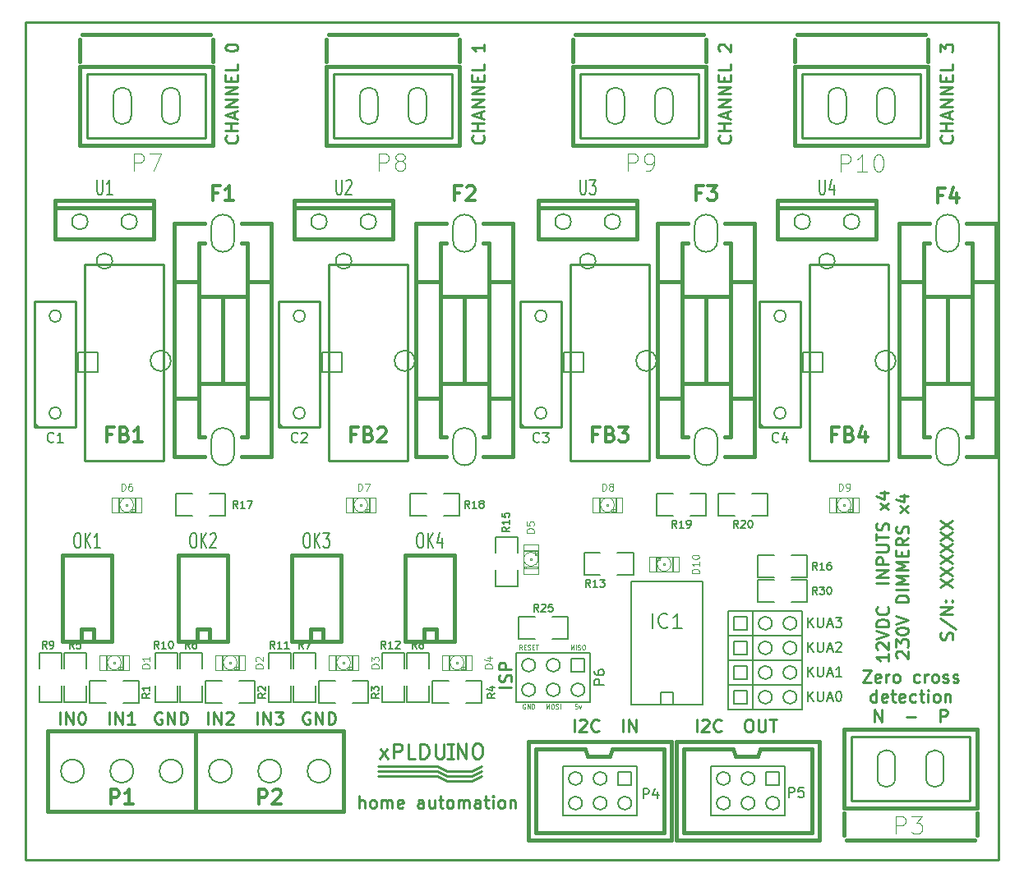
<source format=gto>
G04 (created by PCBNEW (2011-nov-30)-testing) date jeu. 13 sept. 2012 21:58:41 CEST*
%MOIN*%
G04 Gerber Fmt 3.4, Leading zero omitted, Abs format*
%FSLAX34Y34*%
G01*
G70*
G90*
G04 APERTURE LIST*
%ADD10C,0.006*%
%ADD11C,0.01*%
%ADD12C,0.0045*%
%ADD13C,0.005*%
%ADD14C,0.008*%
%ADD15C,0.015*%
%ADD16C,0.0094*%
%ADD17C,0.0026*%
%ADD18C,0.004*%
%ADD19C,0.0035*%
%ADD20C,0.012*%
G04 APERTURE END LIST*
G54D10*
G54D11*
X88679Y-52654D02*
X88702Y-52582D01*
X88702Y-52463D01*
X88679Y-52416D01*
X88655Y-52392D01*
X88607Y-52368D01*
X88560Y-52368D01*
X88512Y-52392D01*
X88488Y-52416D01*
X88464Y-52463D01*
X88440Y-52559D01*
X88417Y-52606D01*
X88393Y-52630D01*
X88345Y-52654D01*
X88298Y-52654D01*
X88250Y-52630D01*
X88226Y-52606D01*
X88202Y-52559D01*
X88202Y-52439D01*
X88226Y-52368D01*
X88179Y-51797D02*
X88821Y-52225D01*
X88702Y-51630D02*
X88202Y-51630D01*
X88702Y-51344D01*
X88202Y-51344D01*
X88655Y-51106D02*
X88679Y-51082D01*
X88702Y-51106D01*
X88679Y-51130D01*
X88655Y-51106D01*
X88702Y-51106D01*
X88393Y-51106D02*
X88417Y-51082D01*
X88440Y-51106D01*
X88417Y-51130D01*
X88393Y-51106D01*
X88440Y-51106D01*
X88202Y-50535D02*
X88702Y-50201D01*
X88202Y-50201D02*
X88702Y-50535D01*
X88202Y-50059D02*
X88702Y-49725D01*
X88202Y-49725D02*
X88702Y-50059D01*
X88202Y-49583D02*
X88702Y-49249D01*
X88202Y-49249D02*
X88702Y-49583D01*
X88202Y-49107D02*
X88702Y-48773D01*
X88202Y-48773D02*
X88702Y-49107D01*
X88202Y-48631D02*
X88702Y-48297D01*
X88202Y-48297D02*
X88702Y-48631D01*
X88202Y-48155D02*
X88702Y-47821D01*
X88202Y-47821D02*
X88702Y-48155D01*
X64634Y-59502D02*
X64634Y-59002D01*
X64848Y-59502D02*
X64848Y-59240D01*
X64825Y-59193D01*
X64777Y-59169D01*
X64705Y-59169D01*
X64658Y-59193D01*
X64634Y-59217D01*
X65157Y-59502D02*
X65110Y-59479D01*
X65086Y-59455D01*
X65062Y-59407D01*
X65062Y-59264D01*
X65086Y-59217D01*
X65110Y-59193D01*
X65157Y-59169D01*
X65229Y-59169D01*
X65277Y-59193D01*
X65300Y-59217D01*
X65324Y-59264D01*
X65324Y-59407D01*
X65300Y-59455D01*
X65277Y-59479D01*
X65229Y-59502D01*
X65157Y-59502D01*
X65538Y-59502D02*
X65538Y-59169D01*
X65538Y-59217D02*
X65562Y-59193D01*
X65609Y-59169D01*
X65681Y-59169D01*
X65729Y-59193D01*
X65752Y-59240D01*
X65752Y-59502D01*
X65752Y-59240D02*
X65776Y-59193D01*
X65824Y-59169D01*
X65895Y-59169D01*
X65943Y-59193D01*
X65967Y-59240D01*
X65967Y-59502D01*
X66396Y-59479D02*
X66348Y-59502D01*
X66253Y-59502D01*
X66205Y-59479D01*
X66181Y-59431D01*
X66181Y-59240D01*
X66205Y-59193D01*
X66253Y-59169D01*
X66348Y-59169D01*
X66396Y-59193D01*
X66419Y-59240D01*
X66419Y-59288D01*
X66181Y-59336D01*
X67229Y-59502D02*
X67229Y-59240D01*
X67206Y-59193D01*
X67158Y-59169D01*
X67063Y-59169D01*
X67015Y-59193D01*
X67229Y-59479D02*
X67182Y-59502D01*
X67063Y-59502D01*
X67015Y-59479D01*
X66991Y-59431D01*
X66991Y-59383D01*
X67015Y-59336D01*
X67063Y-59312D01*
X67182Y-59312D01*
X67229Y-59288D01*
X67681Y-59169D02*
X67681Y-59502D01*
X67467Y-59169D02*
X67467Y-59431D01*
X67491Y-59479D01*
X67538Y-59502D01*
X67610Y-59502D01*
X67658Y-59479D01*
X67681Y-59455D01*
X67848Y-59169D02*
X68038Y-59169D01*
X67919Y-59002D02*
X67919Y-59431D01*
X67943Y-59479D01*
X67990Y-59502D01*
X68038Y-59502D01*
X68276Y-59502D02*
X68229Y-59479D01*
X68205Y-59455D01*
X68181Y-59407D01*
X68181Y-59264D01*
X68205Y-59217D01*
X68229Y-59193D01*
X68276Y-59169D01*
X68348Y-59169D01*
X68396Y-59193D01*
X68419Y-59217D01*
X68443Y-59264D01*
X68443Y-59407D01*
X68419Y-59455D01*
X68396Y-59479D01*
X68348Y-59502D01*
X68276Y-59502D01*
X68657Y-59502D02*
X68657Y-59169D01*
X68657Y-59217D02*
X68681Y-59193D01*
X68728Y-59169D01*
X68800Y-59169D01*
X68848Y-59193D01*
X68871Y-59240D01*
X68871Y-59502D01*
X68871Y-59240D02*
X68895Y-59193D01*
X68943Y-59169D01*
X69014Y-59169D01*
X69062Y-59193D01*
X69086Y-59240D01*
X69086Y-59502D01*
X69538Y-59502D02*
X69538Y-59240D01*
X69515Y-59193D01*
X69467Y-59169D01*
X69372Y-59169D01*
X69324Y-59193D01*
X69538Y-59479D02*
X69491Y-59502D01*
X69372Y-59502D01*
X69324Y-59479D01*
X69300Y-59431D01*
X69300Y-59383D01*
X69324Y-59336D01*
X69372Y-59312D01*
X69491Y-59312D01*
X69538Y-59288D01*
X69705Y-59169D02*
X69895Y-59169D01*
X69776Y-59002D02*
X69776Y-59431D01*
X69800Y-59479D01*
X69847Y-59502D01*
X69895Y-59502D01*
X70062Y-59502D02*
X70062Y-59169D01*
X70062Y-59002D02*
X70038Y-59026D01*
X70062Y-59050D01*
X70086Y-59026D01*
X70062Y-59002D01*
X70062Y-59050D01*
X70371Y-59502D02*
X70324Y-59479D01*
X70300Y-59455D01*
X70276Y-59407D01*
X70276Y-59264D01*
X70300Y-59217D01*
X70324Y-59193D01*
X70371Y-59169D01*
X70443Y-59169D01*
X70491Y-59193D01*
X70514Y-59217D01*
X70538Y-59264D01*
X70538Y-59407D01*
X70514Y-59455D01*
X70491Y-59479D01*
X70443Y-59502D01*
X70371Y-59502D01*
X70752Y-59169D02*
X70752Y-59502D01*
X70752Y-59217D02*
X70776Y-59193D01*
X70823Y-59169D01*
X70895Y-59169D01*
X70943Y-59193D01*
X70966Y-59240D01*
X70966Y-59502D01*
G54D12*
X73217Y-53081D02*
X73217Y-52881D01*
X73277Y-53024D01*
X73337Y-52881D01*
X73337Y-53081D01*
X73423Y-53081D02*
X73423Y-52881D01*
X73500Y-53071D02*
X73526Y-53081D01*
X73569Y-53081D01*
X73586Y-53071D01*
X73595Y-53062D01*
X73603Y-53043D01*
X73603Y-53024D01*
X73595Y-53005D01*
X73586Y-52995D01*
X73569Y-52986D01*
X73535Y-52976D01*
X73517Y-52967D01*
X73509Y-52957D01*
X73500Y-52938D01*
X73500Y-52919D01*
X73509Y-52900D01*
X73517Y-52890D01*
X73535Y-52881D01*
X73577Y-52881D01*
X73603Y-52890D01*
X73714Y-52881D02*
X73748Y-52881D01*
X73766Y-52890D01*
X73783Y-52910D01*
X73791Y-52948D01*
X73791Y-53014D01*
X73783Y-53052D01*
X73766Y-53071D01*
X73748Y-53081D01*
X73714Y-53081D01*
X73697Y-53071D01*
X73680Y-53052D01*
X73671Y-53014D01*
X73671Y-52948D01*
X73680Y-52910D01*
X73697Y-52890D01*
X73714Y-52881D01*
X71239Y-53081D02*
X71179Y-52986D01*
X71136Y-53081D02*
X71136Y-52881D01*
X71204Y-52881D01*
X71222Y-52890D01*
X71230Y-52900D01*
X71239Y-52919D01*
X71239Y-52948D01*
X71230Y-52967D01*
X71222Y-52976D01*
X71204Y-52986D01*
X71136Y-52986D01*
X71316Y-52976D02*
X71376Y-52976D01*
X71402Y-53081D02*
X71316Y-53081D01*
X71316Y-52881D01*
X71402Y-52881D01*
X71470Y-53071D02*
X71496Y-53081D01*
X71539Y-53081D01*
X71556Y-53071D01*
X71565Y-53062D01*
X71573Y-53043D01*
X71573Y-53024D01*
X71565Y-53005D01*
X71556Y-52995D01*
X71539Y-52986D01*
X71505Y-52976D01*
X71487Y-52967D01*
X71479Y-52957D01*
X71470Y-52938D01*
X71470Y-52919D01*
X71479Y-52900D01*
X71487Y-52890D01*
X71505Y-52881D01*
X71547Y-52881D01*
X71573Y-52890D01*
X71650Y-52976D02*
X71710Y-52976D01*
X71736Y-53081D02*
X71650Y-53081D01*
X71650Y-52881D01*
X71736Y-52881D01*
X71787Y-52881D02*
X71890Y-52881D01*
X71839Y-53081D02*
X71839Y-52881D01*
X71363Y-55290D02*
X71346Y-55281D01*
X71320Y-55281D01*
X71295Y-55290D01*
X71277Y-55310D01*
X71269Y-55329D01*
X71260Y-55367D01*
X71260Y-55395D01*
X71269Y-55433D01*
X71277Y-55452D01*
X71295Y-55471D01*
X71320Y-55481D01*
X71337Y-55481D01*
X71363Y-55471D01*
X71372Y-55462D01*
X71372Y-55395D01*
X71337Y-55395D01*
X71449Y-55481D02*
X71449Y-55281D01*
X71552Y-55481D01*
X71552Y-55281D01*
X71638Y-55481D02*
X71638Y-55281D01*
X71681Y-55281D01*
X71706Y-55290D01*
X71724Y-55310D01*
X71732Y-55329D01*
X71741Y-55367D01*
X71741Y-55395D01*
X71732Y-55433D01*
X71724Y-55452D01*
X71706Y-55471D01*
X71681Y-55481D01*
X71638Y-55481D01*
X72217Y-55481D02*
X72217Y-55281D01*
X72277Y-55424D01*
X72337Y-55281D01*
X72337Y-55481D01*
X72457Y-55281D02*
X72491Y-55281D01*
X72509Y-55290D01*
X72526Y-55310D01*
X72534Y-55348D01*
X72534Y-55414D01*
X72526Y-55452D01*
X72509Y-55471D01*
X72491Y-55481D01*
X72457Y-55481D01*
X72440Y-55471D01*
X72423Y-55452D01*
X72414Y-55414D01*
X72414Y-55348D01*
X72423Y-55310D01*
X72440Y-55290D01*
X72457Y-55281D01*
X72603Y-55471D02*
X72629Y-55481D01*
X72672Y-55481D01*
X72689Y-55471D01*
X72698Y-55462D01*
X72706Y-55443D01*
X72706Y-55424D01*
X72698Y-55405D01*
X72689Y-55395D01*
X72672Y-55386D01*
X72638Y-55376D01*
X72620Y-55367D01*
X72612Y-55357D01*
X72603Y-55338D01*
X72603Y-55319D01*
X72612Y-55300D01*
X72620Y-55290D01*
X72638Y-55281D01*
X72680Y-55281D01*
X72706Y-55290D01*
X72783Y-55481D02*
X72783Y-55281D01*
X73475Y-55281D02*
X73389Y-55281D01*
X73380Y-55376D01*
X73389Y-55367D01*
X73406Y-55357D01*
X73449Y-55357D01*
X73466Y-55367D01*
X73475Y-55376D01*
X73483Y-55395D01*
X73483Y-55443D01*
X73475Y-55462D01*
X73466Y-55471D01*
X73449Y-55481D01*
X73406Y-55481D01*
X73389Y-55471D01*
X73380Y-55462D01*
X73543Y-55348D02*
X73586Y-55481D01*
X73628Y-55348D01*
G54D11*
X70802Y-54588D02*
X70302Y-54588D01*
X70779Y-54374D02*
X70802Y-54302D01*
X70802Y-54183D01*
X70779Y-54136D01*
X70755Y-54112D01*
X70707Y-54088D01*
X70660Y-54088D01*
X70612Y-54112D01*
X70588Y-54136D01*
X70564Y-54183D01*
X70540Y-54279D01*
X70517Y-54326D01*
X70493Y-54350D01*
X70445Y-54374D01*
X70398Y-54374D01*
X70350Y-54350D01*
X70326Y-54326D01*
X70302Y-54279D01*
X70302Y-54159D01*
X70326Y-54088D01*
X70802Y-53874D02*
X70302Y-53874D01*
X70302Y-53683D01*
X70326Y-53636D01*
X70350Y-53612D01*
X70398Y-53588D01*
X70469Y-53588D01*
X70517Y-53612D01*
X70540Y-53636D01*
X70564Y-53683D01*
X70564Y-53874D01*
X73350Y-56402D02*
X73350Y-55902D01*
X73564Y-55950D02*
X73588Y-55926D01*
X73636Y-55902D01*
X73755Y-55902D01*
X73802Y-55926D01*
X73826Y-55950D01*
X73850Y-55998D01*
X73850Y-56045D01*
X73826Y-56117D01*
X73540Y-56402D01*
X73850Y-56402D01*
X74350Y-56355D02*
X74326Y-56379D01*
X74255Y-56402D01*
X74207Y-56402D01*
X74135Y-56379D01*
X74088Y-56331D01*
X74064Y-56283D01*
X74040Y-56188D01*
X74040Y-56117D01*
X74064Y-56021D01*
X74088Y-55974D01*
X74135Y-55926D01*
X74207Y-55902D01*
X74255Y-55902D01*
X74326Y-55926D01*
X74350Y-55950D01*
X75326Y-56402D02*
X75326Y-55902D01*
X75564Y-56402D02*
X75564Y-55902D01*
X75850Y-56402D01*
X75850Y-55902D01*
X88655Y-32202D02*
X88679Y-32226D01*
X88702Y-32297D01*
X88702Y-32345D01*
X88679Y-32417D01*
X88631Y-32464D01*
X88583Y-32488D01*
X88488Y-32512D01*
X88417Y-32512D01*
X88321Y-32488D01*
X88274Y-32464D01*
X88226Y-32417D01*
X88202Y-32345D01*
X88202Y-32297D01*
X88226Y-32226D01*
X88250Y-32202D01*
X88702Y-31988D02*
X88202Y-31988D01*
X88440Y-31988D02*
X88440Y-31702D01*
X88702Y-31702D02*
X88202Y-31702D01*
X88560Y-31488D02*
X88560Y-31250D01*
X88702Y-31535D02*
X88202Y-31369D01*
X88702Y-31202D01*
X88702Y-31035D02*
X88202Y-31035D01*
X88702Y-30749D01*
X88202Y-30749D01*
X88702Y-30511D02*
X88202Y-30511D01*
X88702Y-30225D01*
X88202Y-30225D01*
X88440Y-29987D02*
X88440Y-29820D01*
X88702Y-29749D02*
X88702Y-29987D01*
X88202Y-29987D01*
X88202Y-29749D01*
X88702Y-29297D02*
X88702Y-29535D01*
X88202Y-29535D01*
X88202Y-28797D02*
X88202Y-28487D01*
X88393Y-28654D01*
X88393Y-28582D01*
X88417Y-28535D01*
X88440Y-28511D01*
X88488Y-28487D01*
X88607Y-28487D01*
X88655Y-28511D01*
X88679Y-28535D01*
X88702Y-28582D01*
X88702Y-28725D01*
X88679Y-28773D01*
X88655Y-28797D01*
X79655Y-32202D02*
X79679Y-32226D01*
X79702Y-32297D01*
X79702Y-32345D01*
X79679Y-32417D01*
X79631Y-32464D01*
X79583Y-32488D01*
X79488Y-32512D01*
X79417Y-32512D01*
X79321Y-32488D01*
X79274Y-32464D01*
X79226Y-32417D01*
X79202Y-32345D01*
X79202Y-32297D01*
X79226Y-32226D01*
X79250Y-32202D01*
X79702Y-31988D02*
X79202Y-31988D01*
X79440Y-31988D02*
X79440Y-31702D01*
X79702Y-31702D02*
X79202Y-31702D01*
X79560Y-31488D02*
X79560Y-31250D01*
X79702Y-31535D02*
X79202Y-31369D01*
X79702Y-31202D01*
X79702Y-31035D02*
X79202Y-31035D01*
X79702Y-30749D01*
X79202Y-30749D01*
X79702Y-30511D02*
X79202Y-30511D01*
X79702Y-30225D01*
X79202Y-30225D01*
X79440Y-29987D02*
X79440Y-29820D01*
X79702Y-29749D02*
X79702Y-29987D01*
X79202Y-29987D01*
X79202Y-29749D01*
X79702Y-29297D02*
X79702Y-29535D01*
X79202Y-29535D01*
X79250Y-28773D02*
X79226Y-28749D01*
X79202Y-28701D01*
X79202Y-28582D01*
X79226Y-28535D01*
X79250Y-28511D01*
X79298Y-28487D01*
X79345Y-28487D01*
X79417Y-28511D01*
X79702Y-28797D01*
X79702Y-28487D01*
X69655Y-32202D02*
X69679Y-32226D01*
X69702Y-32297D01*
X69702Y-32345D01*
X69679Y-32417D01*
X69631Y-32464D01*
X69583Y-32488D01*
X69488Y-32512D01*
X69417Y-32512D01*
X69321Y-32488D01*
X69274Y-32464D01*
X69226Y-32417D01*
X69202Y-32345D01*
X69202Y-32297D01*
X69226Y-32226D01*
X69250Y-32202D01*
X69702Y-31988D02*
X69202Y-31988D01*
X69440Y-31988D02*
X69440Y-31702D01*
X69702Y-31702D02*
X69202Y-31702D01*
X69560Y-31488D02*
X69560Y-31250D01*
X69702Y-31535D02*
X69202Y-31369D01*
X69702Y-31202D01*
X69702Y-31035D02*
X69202Y-31035D01*
X69702Y-30749D01*
X69202Y-30749D01*
X69702Y-30511D02*
X69202Y-30511D01*
X69702Y-30225D01*
X69202Y-30225D01*
X69440Y-29987D02*
X69440Y-29820D01*
X69702Y-29749D02*
X69702Y-29987D01*
X69202Y-29987D01*
X69202Y-29749D01*
X69702Y-29297D02*
X69702Y-29535D01*
X69202Y-29535D01*
X69702Y-28487D02*
X69702Y-28773D01*
X69702Y-28630D02*
X69202Y-28630D01*
X69274Y-28678D01*
X69321Y-28725D01*
X69345Y-28773D01*
X59655Y-32202D02*
X59679Y-32226D01*
X59702Y-32297D01*
X59702Y-32345D01*
X59679Y-32417D01*
X59631Y-32464D01*
X59583Y-32488D01*
X59488Y-32512D01*
X59417Y-32512D01*
X59321Y-32488D01*
X59274Y-32464D01*
X59226Y-32417D01*
X59202Y-32345D01*
X59202Y-32297D01*
X59226Y-32226D01*
X59250Y-32202D01*
X59702Y-31988D02*
X59202Y-31988D01*
X59440Y-31988D02*
X59440Y-31702D01*
X59702Y-31702D02*
X59202Y-31702D01*
X59560Y-31488D02*
X59560Y-31250D01*
X59702Y-31535D02*
X59202Y-31369D01*
X59702Y-31202D01*
X59702Y-31035D02*
X59202Y-31035D01*
X59702Y-30749D01*
X59202Y-30749D01*
X59702Y-30511D02*
X59202Y-30511D01*
X59702Y-30225D01*
X59202Y-30225D01*
X59440Y-29987D02*
X59440Y-29820D01*
X59702Y-29749D02*
X59702Y-29987D01*
X59202Y-29987D01*
X59202Y-29749D01*
X59702Y-29297D02*
X59702Y-29535D01*
X59202Y-29535D01*
X59202Y-28654D02*
X59202Y-28606D01*
X59226Y-28558D01*
X59250Y-28535D01*
X59298Y-28511D01*
X59393Y-28487D01*
X59512Y-28487D01*
X59607Y-28511D01*
X59655Y-28535D01*
X59679Y-28558D01*
X59702Y-28606D01*
X59702Y-28654D01*
X59679Y-28701D01*
X59655Y-28725D01*
X59607Y-28749D01*
X59512Y-28773D01*
X59393Y-28773D01*
X59298Y-28749D01*
X59250Y-28725D01*
X59226Y-28701D01*
X59202Y-28654D01*
X62619Y-55626D02*
X62571Y-55602D01*
X62500Y-55602D01*
X62428Y-55626D01*
X62381Y-55674D01*
X62357Y-55721D01*
X62333Y-55817D01*
X62333Y-55888D01*
X62357Y-55983D01*
X62381Y-56031D01*
X62428Y-56079D01*
X62500Y-56102D01*
X62548Y-56102D01*
X62619Y-56079D01*
X62643Y-56055D01*
X62643Y-55888D01*
X62548Y-55888D01*
X62857Y-56102D02*
X62857Y-55602D01*
X63143Y-56102D01*
X63143Y-55602D01*
X63381Y-56102D02*
X63381Y-55602D01*
X63500Y-55602D01*
X63572Y-55626D01*
X63619Y-55674D01*
X63643Y-55721D01*
X63667Y-55817D01*
X63667Y-55888D01*
X63643Y-55983D01*
X63619Y-56031D01*
X63572Y-56079D01*
X63500Y-56102D01*
X63381Y-56102D01*
X56619Y-55626D02*
X56571Y-55602D01*
X56500Y-55602D01*
X56428Y-55626D01*
X56381Y-55674D01*
X56357Y-55721D01*
X56333Y-55817D01*
X56333Y-55888D01*
X56357Y-55983D01*
X56381Y-56031D01*
X56428Y-56079D01*
X56500Y-56102D01*
X56548Y-56102D01*
X56619Y-56079D01*
X56643Y-56055D01*
X56643Y-55888D01*
X56548Y-55888D01*
X56857Y-56102D02*
X56857Y-55602D01*
X57143Y-56102D01*
X57143Y-55602D01*
X57381Y-56102D02*
X57381Y-55602D01*
X57500Y-55602D01*
X57572Y-55626D01*
X57619Y-55674D01*
X57643Y-55721D01*
X57667Y-55817D01*
X57667Y-55888D01*
X57643Y-55983D01*
X57619Y-56031D01*
X57572Y-56079D01*
X57500Y-56102D01*
X57381Y-56102D01*
X60500Y-56102D02*
X60500Y-55602D01*
X60738Y-56102D02*
X60738Y-55602D01*
X61024Y-56102D01*
X61024Y-55602D01*
X61214Y-55602D02*
X61524Y-55602D01*
X61357Y-55793D01*
X61429Y-55793D01*
X61476Y-55817D01*
X61500Y-55840D01*
X61524Y-55888D01*
X61524Y-56007D01*
X61500Y-56055D01*
X61476Y-56079D01*
X61429Y-56102D01*
X61286Y-56102D01*
X61238Y-56079D01*
X61214Y-56055D01*
X58500Y-56102D02*
X58500Y-55602D01*
X58738Y-56102D02*
X58738Y-55602D01*
X59024Y-56102D01*
X59024Y-55602D01*
X59238Y-55650D02*
X59262Y-55626D01*
X59310Y-55602D01*
X59429Y-55602D01*
X59476Y-55626D01*
X59500Y-55650D01*
X59524Y-55698D01*
X59524Y-55745D01*
X59500Y-55817D01*
X59214Y-56102D01*
X59524Y-56102D01*
X54500Y-56102D02*
X54500Y-55602D01*
X54738Y-56102D02*
X54738Y-55602D01*
X55024Y-56102D01*
X55024Y-55602D01*
X55524Y-56102D02*
X55238Y-56102D01*
X55381Y-56102D02*
X55381Y-55602D01*
X55333Y-55674D01*
X55286Y-55721D01*
X55238Y-55745D01*
X52500Y-56102D02*
X52500Y-55602D01*
X52738Y-56102D02*
X52738Y-55602D01*
X53024Y-56102D01*
X53024Y-55602D01*
X53357Y-55602D02*
X53405Y-55602D01*
X53453Y-55626D01*
X53476Y-55650D01*
X53500Y-55698D01*
X53524Y-55793D01*
X53524Y-55912D01*
X53500Y-56007D01*
X53476Y-56055D01*
X53453Y-56079D01*
X53405Y-56102D01*
X53357Y-56102D01*
X53310Y-56079D01*
X53286Y-56055D01*
X53262Y-56007D01*
X53238Y-55912D01*
X53238Y-55793D01*
X53262Y-55698D01*
X53286Y-55650D01*
X53310Y-55626D01*
X53357Y-55602D01*
X78317Y-56402D02*
X78317Y-55902D01*
X78531Y-55950D02*
X78555Y-55926D01*
X78603Y-55902D01*
X78722Y-55902D01*
X78769Y-55926D01*
X78793Y-55950D01*
X78817Y-55998D01*
X78817Y-56045D01*
X78793Y-56117D01*
X78507Y-56402D01*
X78817Y-56402D01*
X79317Y-56355D02*
X79293Y-56379D01*
X79222Y-56402D01*
X79174Y-56402D01*
X79102Y-56379D01*
X79055Y-56331D01*
X79031Y-56283D01*
X79007Y-56188D01*
X79007Y-56117D01*
X79031Y-56021D01*
X79055Y-55974D01*
X79102Y-55926D01*
X79174Y-55902D01*
X79222Y-55902D01*
X79293Y-55926D01*
X79317Y-55950D01*
X80388Y-55902D02*
X80484Y-55902D01*
X80531Y-55926D01*
X80579Y-55974D01*
X80603Y-56069D01*
X80603Y-56236D01*
X80579Y-56331D01*
X80531Y-56379D01*
X80484Y-56402D01*
X80388Y-56402D01*
X80341Y-56379D01*
X80293Y-56331D01*
X80269Y-56236D01*
X80269Y-56069D01*
X80293Y-55974D01*
X80341Y-55926D01*
X80388Y-55902D01*
X80817Y-55902D02*
X80817Y-56307D01*
X80841Y-56355D01*
X80865Y-56379D01*
X80912Y-56402D01*
X81008Y-56402D01*
X81055Y-56379D01*
X81079Y-56355D01*
X81103Y-56307D01*
X81103Y-55902D01*
X81270Y-55902D02*
X81555Y-55902D01*
X81412Y-56402D02*
X81412Y-55902D01*
X86102Y-53243D02*
X86102Y-53529D01*
X86102Y-53386D02*
X85602Y-53386D01*
X85674Y-53434D01*
X85721Y-53481D01*
X85745Y-53529D01*
X85650Y-53053D02*
X85626Y-53029D01*
X85602Y-52981D01*
X85602Y-52862D01*
X85626Y-52815D01*
X85650Y-52791D01*
X85698Y-52767D01*
X85745Y-52767D01*
X85817Y-52791D01*
X86102Y-53077D01*
X86102Y-52767D01*
X85602Y-52624D02*
X86102Y-52458D01*
X85602Y-52291D01*
X86102Y-52124D02*
X85602Y-52124D01*
X85602Y-52005D01*
X85626Y-51933D01*
X85674Y-51886D01*
X85721Y-51862D01*
X85817Y-51838D01*
X85888Y-51838D01*
X85983Y-51862D01*
X86031Y-51886D01*
X86079Y-51933D01*
X86102Y-52005D01*
X86102Y-52124D01*
X86055Y-51338D02*
X86079Y-51362D01*
X86102Y-51433D01*
X86102Y-51481D01*
X86079Y-51553D01*
X86031Y-51600D01*
X85983Y-51624D01*
X85888Y-51648D01*
X85817Y-51648D01*
X85721Y-51624D01*
X85674Y-51600D01*
X85626Y-51553D01*
X85602Y-51481D01*
X85602Y-51433D01*
X85626Y-51362D01*
X85650Y-51338D01*
X86102Y-50362D02*
X85602Y-50362D01*
X86102Y-50124D02*
X85602Y-50124D01*
X86102Y-49838D01*
X85602Y-49838D01*
X86102Y-49600D02*
X85602Y-49600D01*
X85602Y-49409D01*
X85626Y-49362D01*
X85650Y-49338D01*
X85698Y-49314D01*
X85769Y-49314D01*
X85817Y-49338D01*
X85840Y-49362D01*
X85864Y-49409D01*
X85864Y-49600D01*
X85602Y-49100D02*
X86007Y-49100D01*
X86055Y-49076D01*
X86079Y-49052D01*
X86102Y-49005D01*
X86102Y-48909D01*
X86079Y-48862D01*
X86055Y-48838D01*
X86007Y-48814D01*
X85602Y-48814D01*
X85602Y-48647D02*
X85602Y-48362D01*
X86102Y-48505D02*
X85602Y-48505D01*
X86079Y-48219D02*
X86102Y-48147D01*
X86102Y-48028D01*
X86079Y-47981D01*
X86055Y-47957D01*
X86007Y-47933D01*
X85960Y-47933D01*
X85912Y-47957D01*
X85888Y-47981D01*
X85864Y-48028D01*
X85840Y-48124D01*
X85817Y-48171D01*
X85793Y-48195D01*
X85745Y-48219D01*
X85698Y-48219D01*
X85650Y-48195D01*
X85626Y-48171D01*
X85602Y-48124D01*
X85602Y-48004D01*
X85626Y-47933D01*
X86102Y-47386D02*
X85769Y-47124D01*
X85769Y-47386D02*
X86102Y-47124D01*
X85769Y-46719D02*
X86102Y-46719D01*
X85579Y-46838D02*
X85936Y-46957D01*
X85936Y-46647D01*
X86450Y-53409D02*
X86426Y-53385D01*
X86402Y-53337D01*
X86402Y-53218D01*
X86426Y-53171D01*
X86450Y-53147D01*
X86498Y-53123D01*
X86545Y-53123D01*
X86617Y-53147D01*
X86902Y-53433D01*
X86902Y-53123D01*
X86402Y-52957D02*
X86402Y-52647D01*
X86593Y-52814D01*
X86593Y-52742D01*
X86617Y-52695D01*
X86640Y-52671D01*
X86688Y-52647D01*
X86807Y-52647D01*
X86855Y-52671D01*
X86879Y-52695D01*
X86902Y-52742D01*
X86902Y-52885D01*
X86879Y-52933D01*
X86855Y-52957D01*
X86402Y-52338D02*
X86402Y-52290D01*
X86426Y-52242D01*
X86450Y-52219D01*
X86498Y-52195D01*
X86593Y-52171D01*
X86712Y-52171D01*
X86807Y-52195D01*
X86855Y-52219D01*
X86879Y-52242D01*
X86902Y-52290D01*
X86902Y-52338D01*
X86879Y-52385D01*
X86855Y-52409D01*
X86807Y-52433D01*
X86712Y-52457D01*
X86593Y-52457D01*
X86498Y-52433D01*
X86450Y-52409D01*
X86426Y-52385D01*
X86402Y-52338D01*
X86402Y-52028D02*
X86902Y-51862D01*
X86402Y-51695D01*
X86902Y-51147D02*
X86402Y-51147D01*
X86402Y-51028D01*
X86426Y-50956D01*
X86474Y-50909D01*
X86521Y-50885D01*
X86617Y-50861D01*
X86688Y-50861D01*
X86783Y-50885D01*
X86831Y-50909D01*
X86879Y-50956D01*
X86902Y-51028D01*
X86902Y-51147D01*
X86902Y-50647D02*
X86402Y-50647D01*
X86902Y-50409D02*
X86402Y-50409D01*
X86760Y-50242D01*
X86402Y-50076D01*
X86902Y-50076D01*
X86902Y-49838D02*
X86402Y-49838D01*
X86760Y-49671D01*
X86402Y-49505D01*
X86902Y-49505D01*
X86640Y-49267D02*
X86640Y-49100D01*
X86902Y-49029D02*
X86902Y-49267D01*
X86402Y-49267D01*
X86402Y-49029D01*
X86902Y-48529D02*
X86664Y-48696D01*
X86902Y-48815D02*
X86402Y-48815D01*
X86402Y-48624D01*
X86426Y-48577D01*
X86450Y-48553D01*
X86498Y-48529D01*
X86569Y-48529D01*
X86617Y-48553D01*
X86640Y-48577D01*
X86664Y-48624D01*
X86664Y-48815D01*
X86879Y-48339D02*
X86902Y-48267D01*
X86902Y-48148D01*
X86879Y-48101D01*
X86855Y-48077D01*
X86807Y-48053D01*
X86760Y-48053D01*
X86712Y-48077D01*
X86688Y-48101D01*
X86664Y-48148D01*
X86640Y-48244D01*
X86617Y-48291D01*
X86593Y-48315D01*
X86545Y-48339D01*
X86498Y-48339D01*
X86450Y-48315D01*
X86426Y-48291D01*
X86402Y-48244D01*
X86402Y-48124D01*
X86426Y-48053D01*
X86902Y-47506D02*
X86569Y-47244D01*
X86569Y-47506D02*
X86902Y-47244D01*
X86569Y-46839D02*
X86902Y-46839D01*
X86379Y-46958D02*
X86736Y-47077D01*
X86736Y-46767D01*
X85047Y-53902D02*
X85381Y-53902D01*
X85047Y-54402D01*
X85381Y-54402D01*
X85762Y-54379D02*
X85714Y-54402D01*
X85619Y-54402D01*
X85571Y-54379D01*
X85547Y-54331D01*
X85547Y-54140D01*
X85571Y-54093D01*
X85619Y-54069D01*
X85714Y-54069D01*
X85762Y-54093D01*
X85785Y-54140D01*
X85785Y-54188D01*
X85547Y-54236D01*
X86000Y-54402D02*
X86000Y-54069D01*
X86000Y-54164D02*
X86024Y-54117D01*
X86048Y-54093D01*
X86095Y-54069D01*
X86143Y-54069D01*
X86381Y-54402D02*
X86334Y-54379D01*
X86310Y-54355D01*
X86286Y-54307D01*
X86286Y-54164D01*
X86310Y-54117D01*
X86334Y-54093D01*
X86381Y-54069D01*
X86453Y-54069D01*
X86501Y-54093D01*
X86524Y-54117D01*
X86548Y-54164D01*
X86548Y-54307D01*
X86524Y-54355D01*
X86501Y-54379D01*
X86453Y-54402D01*
X86381Y-54402D01*
X87357Y-54379D02*
X87310Y-54402D01*
X87214Y-54402D01*
X87167Y-54379D01*
X87143Y-54355D01*
X87119Y-54307D01*
X87119Y-54164D01*
X87143Y-54117D01*
X87167Y-54093D01*
X87214Y-54069D01*
X87310Y-54069D01*
X87357Y-54093D01*
X87572Y-54402D02*
X87572Y-54069D01*
X87572Y-54164D02*
X87596Y-54117D01*
X87620Y-54093D01*
X87667Y-54069D01*
X87715Y-54069D01*
X87953Y-54402D02*
X87906Y-54379D01*
X87882Y-54355D01*
X87858Y-54307D01*
X87858Y-54164D01*
X87882Y-54117D01*
X87906Y-54093D01*
X87953Y-54069D01*
X88025Y-54069D01*
X88073Y-54093D01*
X88096Y-54117D01*
X88120Y-54164D01*
X88120Y-54307D01*
X88096Y-54355D01*
X88073Y-54379D01*
X88025Y-54402D01*
X87953Y-54402D01*
X88310Y-54379D02*
X88358Y-54402D01*
X88453Y-54402D01*
X88501Y-54379D01*
X88525Y-54331D01*
X88525Y-54307D01*
X88501Y-54260D01*
X88453Y-54236D01*
X88382Y-54236D01*
X88334Y-54212D01*
X88310Y-54164D01*
X88310Y-54140D01*
X88334Y-54093D01*
X88382Y-54069D01*
X88453Y-54069D01*
X88501Y-54093D01*
X88715Y-54379D02*
X88763Y-54402D01*
X88858Y-54402D01*
X88906Y-54379D01*
X88930Y-54331D01*
X88930Y-54307D01*
X88906Y-54260D01*
X88858Y-54236D01*
X88787Y-54236D01*
X88739Y-54212D01*
X88715Y-54164D01*
X88715Y-54140D01*
X88739Y-54093D01*
X88787Y-54069D01*
X88858Y-54069D01*
X88906Y-54093D01*
X85607Y-55202D02*
X85607Y-54702D01*
X85607Y-55179D02*
X85560Y-55202D01*
X85464Y-55202D01*
X85417Y-55179D01*
X85393Y-55155D01*
X85369Y-55107D01*
X85369Y-54964D01*
X85393Y-54917D01*
X85417Y-54893D01*
X85464Y-54869D01*
X85560Y-54869D01*
X85607Y-54893D01*
X86036Y-55179D02*
X85988Y-55202D01*
X85893Y-55202D01*
X85845Y-55179D01*
X85821Y-55131D01*
X85821Y-54940D01*
X85845Y-54893D01*
X85893Y-54869D01*
X85988Y-54869D01*
X86036Y-54893D01*
X86059Y-54940D01*
X86059Y-54988D01*
X85821Y-55036D01*
X86203Y-54869D02*
X86393Y-54869D01*
X86274Y-54702D02*
X86274Y-55131D01*
X86298Y-55179D01*
X86345Y-55202D01*
X86393Y-55202D01*
X86751Y-55179D02*
X86703Y-55202D01*
X86608Y-55202D01*
X86560Y-55179D01*
X86536Y-55131D01*
X86536Y-54940D01*
X86560Y-54893D01*
X86608Y-54869D01*
X86703Y-54869D01*
X86751Y-54893D01*
X86774Y-54940D01*
X86774Y-54988D01*
X86536Y-55036D01*
X87203Y-55179D02*
X87156Y-55202D01*
X87060Y-55202D01*
X87013Y-55179D01*
X86989Y-55155D01*
X86965Y-55107D01*
X86965Y-54964D01*
X86989Y-54917D01*
X87013Y-54893D01*
X87060Y-54869D01*
X87156Y-54869D01*
X87203Y-54893D01*
X87347Y-54869D02*
X87537Y-54869D01*
X87418Y-54702D02*
X87418Y-55131D01*
X87442Y-55179D01*
X87489Y-55202D01*
X87537Y-55202D01*
X87704Y-55202D02*
X87704Y-54869D01*
X87704Y-54702D02*
X87680Y-54726D01*
X87704Y-54750D01*
X87728Y-54726D01*
X87704Y-54702D01*
X87704Y-54750D01*
X88013Y-55202D02*
X87966Y-55179D01*
X87942Y-55155D01*
X87918Y-55107D01*
X87918Y-54964D01*
X87942Y-54917D01*
X87966Y-54893D01*
X88013Y-54869D01*
X88085Y-54869D01*
X88133Y-54893D01*
X88156Y-54917D01*
X88180Y-54964D01*
X88180Y-55107D01*
X88156Y-55155D01*
X88133Y-55179D01*
X88085Y-55202D01*
X88013Y-55202D01*
X88394Y-54869D02*
X88394Y-55202D01*
X88394Y-54917D02*
X88418Y-54893D01*
X88465Y-54869D01*
X88537Y-54869D01*
X88585Y-54893D01*
X88608Y-54940D01*
X88608Y-55202D01*
X85536Y-56002D02*
X85536Y-55502D01*
X85822Y-56002D01*
X85822Y-55502D01*
X86822Y-55812D02*
X87203Y-55812D01*
X88203Y-56002D02*
X88203Y-55502D01*
X88394Y-55502D01*
X88441Y-55526D01*
X88465Y-55550D01*
X88489Y-55598D01*
X88489Y-55669D01*
X88465Y-55717D01*
X88441Y-55740D01*
X88394Y-55764D01*
X88203Y-55764D01*
X51100Y-61600D02*
X51100Y-61400D01*
X90550Y-61600D02*
X51100Y-61600D01*
X90550Y-27600D02*
X90550Y-61600D01*
X51100Y-27600D02*
X90550Y-27600D01*
X51100Y-61400D02*
X51100Y-27600D01*
G54D13*
X78550Y-50300D02*
X75650Y-50300D01*
X75650Y-55300D02*
X78550Y-55300D01*
X78550Y-50300D02*
X78550Y-55300D01*
X75650Y-55300D02*
X75650Y-50300D01*
X76850Y-55300D02*
X76850Y-54800D01*
X76850Y-54800D02*
X77350Y-54800D01*
X77350Y-54800D02*
X77350Y-55300D01*
X55700Y-55250D02*
X55700Y-54350D01*
X55700Y-54350D02*
X55050Y-54350D01*
X54350Y-55250D02*
X53700Y-55250D01*
X53700Y-55250D02*
X53700Y-54350D01*
X53700Y-54350D02*
X54350Y-54350D01*
X55050Y-55250D02*
X55700Y-55250D01*
X51650Y-55200D02*
X52550Y-55200D01*
X52550Y-55200D02*
X52550Y-54550D01*
X51650Y-53850D02*
X51650Y-53200D01*
X51650Y-53200D02*
X52550Y-53200D01*
X52550Y-53200D02*
X52550Y-53850D01*
X51650Y-54550D02*
X51650Y-55200D01*
X66700Y-46750D02*
X66700Y-47650D01*
X66700Y-47650D02*
X67350Y-47650D01*
X68050Y-46750D02*
X68700Y-46750D01*
X68700Y-46750D02*
X68700Y-47650D01*
X68700Y-47650D02*
X68050Y-47650D01*
X67350Y-46750D02*
X66700Y-46750D01*
X56350Y-55200D02*
X57250Y-55200D01*
X57250Y-55200D02*
X57250Y-54550D01*
X56350Y-53850D02*
X56350Y-53200D01*
X56350Y-53200D02*
X57250Y-53200D01*
X57250Y-53200D02*
X57250Y-53850D01*
X56350Y-54550D02*
X56350Y-55200D01*
X60400Y-55250D02*
X60400Y-54350D01*
X60400Y-54350D02*
X59750Y-54350D01*
X59050Y-55250D02*
X58400Y-55250D01*
X58400Y-55250D02*
X58400Y-54350D01*
X58400Y-54350D02*
X59050Y-54350D01*
X59750Y-55250D02*
X60400Y-55250D01*
X76700Y-46750D02*
X76700Y-47650D01*
X76700Y-47650D02*
X77350Y-47650D01*
X78050Y-46750D02*
X78700Y-46750D01*
X78700Y-46750D02*
X78700Y-47650D01*
X78700Y-47650D02*
X78050Y-47650D01*
X77350Y-46750D02*
X76700Y-46750D01*
X69600Y-55250D02*
X69600Y-54350D01*
X69600Y-54350D02*
X68950Y-54350D01*
X68250Y-55250D02*
X67600Y-55250D01*
X67600Y-55250D02*
X67600Y-54350D01*
X67600Y-54350D02*
X68250Y-54350D01*
X68950Y-55250D02*
X69600Y-55250D01*
X65550Y-55200D02*
X66450Y-55200D01*
X66450Y-55200D02*
X66450Y-54550D01*
X65550Y-53850D02*
X65550Y-53200D01*
X65550Y-53200D02*
X66450Y-53200D01*
X66450Y-53200D02*
X66450Y-53850D01*
X65550Y-54550D02*
X65550Y-55200D01*
X57200Y-46750D02*
X57200Y-47650D01*
X57200Y-47650D02*
X57850Y-47650D01*
X58550Y-46750D02*
X59200Y-46750D01*
X59200Y-46750D02*
X59200Y-47650D01*
X59200Y-47650D02*
X58550Y-47650D01*
X57850Y-46750D02*
X57200Y-46750D01*
X60950Y-55200D02*
X61850Y-55200D01*
X61850Y-55200D02*
X61850Y-54550D01*
X60950Y-53850D02*
X60950Y-53200D01*
X60950Y-53200D02*
X61850Y-53200D01*
X61850Y-53200D02*
X61850Y-53850D01*
X60950Y-54550D02*
X60950Y-55200D01*
X65000Y-55250D02*
X65000Y-54350D01*
X65000Y-54350D02*
X64350Y-54350D01*
X63650Y-55250D02*
X63000Y-55250D01*
X63000Y-55250D02*
X63000Y-54350D01*
X63000Y-54350D02*
X63650Y-54350D01*
X64350Y-55250D02*
X65000Y-55250D01*
X81200Y-47650D02*
X81200Y-46750D01*
X81200Y-46750D02*
X80550Y-46750D01*
X79850Y-47650D02*
X79200Y-47650D01*
X79200Y-47650D02*
X79200Y-46750D01*
X79200Y-46750D02*
X79850Y-46750D01*
X80550Y-47650D02*
X81200Y-47650D01*
X71050Y-48500D02*
X70150Y-48500D01*
X70150Y-48500D02*
X70150Y-49150D01*
X71050Y-49850D02*
X71050Y-50500D01*
X71050Y-50500D02*
X70150Y-50500D01*
X70150Y-50500D02*
X70150Y-49850D01*
X71050Y-49150D02*
X71050Y-48500D01*
X67450Y-53200D02*
X66550Y-53200D01*
X66550Y-53200D02*
X66550Y-53850D01*
X67450Y-54550D02*
X67450Y-55200D01*
X67450Y-55200D02*
X66550Y-55200D01*
X66550Y-55200D02*
X66550Y-54550D01*
X67450Y-53850D02*
X67450Y-53200D01*
X62850Y-53200D02*
X61950Y-53200D01*
X61950Y-53200D02*
X61950Y-53850D01*
X62850Y-54550D02*
X62850Y-55200D01*
X62850Y-55200D02*
X61950Y-55200D01*
X61950Y-55200D02*
X61950Y-54550D01*
X62850Y-53850D02*
X62850Y-53200D01*
X80800Y-49250D02*
X80800Y-50150D01*
X80800Y-50150D02*
X81450Y-50150D01*
X82150Y-49250D02*
X82800Y-49250D01*
X82800Y-49250D02*
X82800Y-50150D01*
X82800Y-50150D02*
X82150Y-50150D01*
X81450Y-49250D02*
X80800Y-49250D01*
X53550Y-53200D02*
X52650Y-53200D01*
X52650Y-53200D02*
X52650Y-53850D01*
X53550Y-54550D02*
X53550Y-55200D01*
X53550Y-55200D02*
X52650Y-55200D01*
X52650Y-55200D02*
X52650Y-54550D01*
X53550Y-53850D02*
X53550Y-53200D01*
X58250Y-53200D02*
X57350Y-53200D01*
X57350Y-53200D02*
X57350Y-53850D01*
X58250Y-54550D02*
X58250Y-55200D01*
X58250Y-55200D02*
X57350Y-55200D01*
X57350Y-55200D02*
X57350Y-54550D01*
X58250Y-53850D02*
X58250Y-53200D01*
G54D14*
X71000Y-53200D02*
X74000Y-53200D01*
X74000Y-55200D02*
X71000Y-55200D01*
X71000Y-55200D02*
X71000Y-53200D01*
X74000Y-53200D02*
X74000Y-55200D01*
G54D15*
X63300Y-29200D02*
X63300Y-28300D01*
X68700Y-29200D02*
X68700Y-28300D01*
X68600Y-28100D02*
X63400Y-28100D01*
G54D16*
X68400Y-32300D02*
X63700Y-32300D01*
X63700Y-32300D02*
X63600Y-32300D01*
X63600Y-32300D02*
X63600Y-29700D01*
X63600Y-29700D02*
X68400Y-29700D01*
X68400Y-29700D02*
X68400Y-32300D01*
G54D15*
X68700Y-32600D02*
X68700Y-29400D01*
X63300Y-32600D02*
X63300Y-29400D01*
X66000Y-32600D02*
X63300Y-32600D01*
X63300Y-29400D02*
X68700Y-29400D01*
X68700Y-32600D02*
X66000Y-32600D01*
X73300Y-29200D02*
X73300Y-28300D01*
X78700Y-29200D02*
X78700Y-28300D01*
X78600Y-28100D02*
X73400Y-28100D01*
G54D16*
X78400Y-32300D02*
X73700Y-32300D01*
X73700Y-32300D02*
X73600Y-32300D01*
X73600Y-32300D02*
X73600Y-29700D01*
X73600Y-29700D02*
X78400Y-29700D01*
X78400Y-29700D02*
X78400Y-32300D01*
G54D15*
X78700Y-32600D02*
X78700Y-29400D01*
X73300Y-32600D02*
X73300Y-29400D01*
X76000Y-32600D02*
X73300Y-32600D01*
X73300Y-29400D02*
X78700Y-29400D01*
X78700Y-32600D02*
X76000Y-32600D01*
X53300Y-29200D02*
X53300Y-28300D01*
X58700Y-29200D02*
X58700Y-28300D01*
X58600Y-28100D02*
X53400Y-28100D01*
G54D16*
X58400Y-32300D02*
X53700Y-32300D01*
X53700Y-32300D02*
X53600Y-32300D01*
X53600Y-32300D02*
X53600Y-29700D01*
X53600Y-29700D02*
X58400Y-29700D01*
X58400Y-29700D02*
X58400Y-32300D01*
G54D15*
X58700Y-32600D02*
X58700Y-29400D01*
X53300Y-32600D02*
X53300Y-29400D01*
X56000Y-32600D02*
X53300Y-32600D01*
X53300Y-29400D02*
X58700Y-29400D01*
X58700Y-32600D02*
X56000Y-32600D01*
G54D17*
X55161Y-47239D02*
X55239Y-47239D01*
X55239Y-47239D02*
X55239Y-47161D01*
X55161Y-47161D02*
X55239Y-47161D01*
X55161Y-47239D02*
X55161Y-47161D01*
X55377Y-47475D02*
X55514Y-47475D01*
X55514Y-47475D02*
X55514Y-47377D01*
X55377Y-47377D02*
X55514Y-47377D01*
X55377Y-47475D02*
X55377Y-47377D01*
X55514Y-47475D02*
X55554Y-47475D01*
X55554Y-47475D02*
X55554Y-47004D01*
X55514Y-47004D02*
X55554Y-47004D01*
X55514Y-47475D02*
X55514Y-47004D01*
X55514Y-46984D02*
X55554Y-46984D01*
X55554Y-46984D02*
X55554Y-46925D01*
X55514Y-46925D02*
X55554Y-46925D01*
X55514Y-46984D02*
X55514Y-46925D01*
X54846Y-47475D02*
X54886Y-47475D01*
X54886Y-47475D02*
X54886Y-47004D01*
X54846Y-47004D02*
X54886Y-47004D01*
X54846Y-47475D02*
X54846Y-47004D01*
X54846Y-46984D02*
X54886Y-46984D01*
X54886Y-46984D02*
X54886Y-46925D01*
X54846Y-46925D02*
X54886Y-46925D01*
X54846Y-46984D02*
X54846Y-46925D01*
X55377Y-47475D02*
X55436Y-47475D01*
X55436Y-47475D02*
X55436Y-47377D01*
X55377Y-47377D02*
X55436Y-47377D01*
X55377Y-47475D02*
X55377Y-47377D01*
G54D18*
X55810Y-47495D02*
X54590Y-47495D01*
X54590Y-47495D02*
X54590Y-46905D01*
X54590Y-46905D02*
X55810Y-46905D01*
X55810Y-46905D02*
X55810Y-47495D01*
X54985Y-47396D02*
G75*
G03X55416Y-47395I215J196D01*
G74*
G01*
X54985Y-47004D02*
G75*
G03X54984Y-47395I215J-196D01*
G74*
G01*
X55415Y-47004D02*
G75*
G03X54984Y-47005I-215J-196D01*
G74*
G01*
X55415Y-47396D02*
G75*
G03X55416Y-47005I-215J196D01*
G74*
G01*
G54D17*
X71639Y-49439D02*
X71639Y-49361D01*
X71639Y-49361D02*
X71561Y-49361D01*
X71561Y-49439D02*
X71561Y-49361D01*
X71639Y-49439D02*
X71561Y-49439D01*
X71875Y-49223D02*
X71875Y-49086D01*
X71875Y-49086D02*
X71777Y-49086D01*
X71777Y-49223D02*
X71777Y-49086D01*
X71875Y-49223D02*
X71777Y-49223D01*
X71875Y-49086D02*
X71875Y-49046D01*
X71875Y-49046D02*
X71404Y-49046D01*
X71404Y-49086D02*
X71404Y-49046D01*
X71875Y-49086D02*
X71404Y-49086D01*
X71384Y-49086D02*
X71384Y-49046D01*
X71384Y-49046D02*
X71325Y-49046D01*
X71325Y-49086D02*
X71325Y-49046D01*
X71384Y-49086D02*
X71325Y-49086D01*
X71875Y-49754D02*
X71875Y-49714D01*
X71875Y-49714D02*
X71404Y-49714D01*
X71404Y-49754D02*
X71404Y-49714D01*
X71875Y-49754D02*
X71404Y-49754D01*
X71384Y-49754D02*
X71384Y-49714D01*
X71384Y-49714D02*
X71325Y-49714D01*
X71325Y-49754D02*
X71325Y-49714D01*
X71384Y-49754D02*
X71325Y-49754D01*
X71875Y-49223D02*
X71875Y-49164D01*
X71875Y-49164D02*
X71777Y-49164D01*
X71777Y-49223D02*
X71777Y-49164D01*
X71875Y-49223D02*
X71777Y-49223D01*
G54D18*
X71895Y-48790D02*
X71895Y-50010D01*
X71895Y-50010D02*
X71305Y-50010D01*
X71305Y-50010D02*
X71305Y-48790D01*
X71305Y-48790D02*
X71895Y-48790D01*
X71796Y-49615D02*
G75*
G03X71795Y-49184I-196J215D01*
G74*
G01*
X71404Y-49615D02*
G75*
G03X71795Y-49616I196J215D01*
G74*
G01*
X71404Y-49185D02*
G75*
G03X71405Y-49616I196J-215D01*
G74*
G01*
X71796Y-49185D02*
G75*
G03X71405Y-49184I-196J-215D01*
G74*
G01*
G54D17*
X64661Y-47239D02*
X64739Y-47239D01*
X64739Y-47239D02*
X64739Y-47161D01*
X64661Y-47161D02*
X64739Y-47161D01*
X64661Y-47239D02*
X64661Y-47161D01*
X64877Y-47475D02*
X65014Y-47475D01*
X65014Y-47475D02*
X65014Y-47377D01*
X64877Y-47377D02*
X65014Y-47377D01*
X64877Y-47475D02*
X64877Y-47377D01*
X65014Y-47475D02*
X65054Y-47475D01*
X65054Y-47475D02*
X65054Y-47004D01*
X65014Y-47004D02*
X65054Y-47004D01*
X65014Y-47475D02*
X65014Y-47004D01*
X65014Y-46984D02*
X65054Y-46984D01*
X65054Y-46984D02*
X65054Y-46925D01*
X65014Y-46925D02*
X65054Y-46925D01*
X65014Y-46984D02*
X65014Y-46925D01*
X64346Y-47475D02*
X64386Y-47475D01*
X64386Y-47475D02*
X64386Y-47004D01*
X64346Y-47004D02*
X64386Y-47004D01*
X64346Y-47475D02*
X64346Y-47004D01*
X64346Y-46984D02*
X64386Y-46984D01*
X64386Y-46984D02*
X64386Y-46925D01*
X64346Y-46925D02*
X64386Y-46925D01*
X64346Y-46984D02*
X64346Y-46925D01*
X64877Y-47475D02*
X64936Y-47475D01*
X64936Y-47475D02*
X64936Y-47377D01*
X64877Y-47377D02*
X64936Y-47377D01*
X64877Y-47475D02*
X64877Y-47377D01*
G54D18*
X65310Y-47495D02*
X64090Y-47495D01*
X64090Y-47495D02*
X64090Y-46905D01*
X64090Y-46905D02*
X65310Y-46905D01*
X65310Y-46905D02*
X65310Y-47495D01*
X64485Y-47396D02*
G75*
G03X64916Y-47395I215J196D01*
G74*
G01*
X64485Y-47004D02*
G75*
G03X64484Y-47395I215J-196D01*
G74*
G01*
X64915Y-47004D02*
G75*
G03X64484Y-47005I-215J-196D01*
G74*
G01*
X64915Y-47396D02*
G75*
G03X64916Y-47005I-215J196D01*
G74*
G01*
G54D17*
X54661Y-53639D02*
X54739Y-53639D01*
X54739Y-53639D02*
X54739Y-53561D01*
X54661Y-53561D02*
X54739Y-53561D01*
X54661Y-53639D02*
X54661Y-53561D01*
X54877Y-53875D02*
X55014Y-53875D01*
X55014Y-53875D02*
X55014Y-53777D01*
X54877Y-53777D02*
X55014Y-53777D01*
X54877Y-53875D02*
X54877Y-53777D01*
X55014Y-53875D02*
X55054Y-53875D01*
X55054Y-53875D02*
X55054Y-53404D01*
X55014Y-53404D02*
X55054Y-53404D01*
X55014Y-53875D02*
X55014Y-53404D01*
X55014Y-53384D02*
X55054Y-53384D01*
X55054Y-53384D02*
X55054Y-53325D01*
X55014Y-53325D02*
X55054Y-53325D01*
X55014Y-53384D02*
X55014Y-53325D01*
X54346Y-53875D02*
X54386Y-53875D01*
X54386Y-53875D02*
X54386Y-53404D01*
X54346Y-53404D02*
X54386Y-53404D01*
X54346Y-53875D02*
X54346Y-53404D01*
X54346Y-53384D02*
X54386Y-53384D01*
X54386Y-53384D02*
X54386Y-53325D01*
X54346Y-53325D02*
X54386Y-53325D01*
X54346Y-53384D02*
X54346Y-53325D01*
X54877Y-53875D02*
X54936Y-53875D01*
X54936Y-53875D02*
X54936Y-53777D01*
X54877Y-53777D02*
X54936Y-53777D01*
X54877Y-53875D02*
X54877Y-53777D01*
G54D18*
X55310Y-53895D02*
X54090Y-53895D01*
X54090Y-53895D02*
X54090Y-53305D01*
X54090Y-53305D02*
X55310Y-53305D01*
X55310Y-53305D02*
X55310Y-53895D01*
X54485Y-53796D02*
G75*
G03X54916Y-53795I215J196D01*
G74*
G01*
X54485Y-53404D02*
G75*
G03X54484Y-53795I215J-196D01*
G74*
G01*
X54915Y-53404D02*
G75*
G03X54484Y-53405I-215J-196D01*
G74*
G01*
X54915Y-53796D02*
G75*
G03X54916Y-53405I-215J196D01*
G74*
G01*
G54D17*
X59361Y-53639D02*
X59439Y-53639D01*
X59439Y-53639D02*
X59439Y-53561D01*
X59361Y-53561D02*
X59439Y-53561D01*
X59361Y-53639D02*
X59361Y-53561D01*
X59577Y-53875D02*
X59714Y-53875D01*
X59714Y-53875D02*
X59714Y-53777D01*
X59577Y-53777D02*
X59714Y-53777D01*
X59577Y-53875D02*
X59577Y-53777D01*
X59714Y-53875D02*
X59754Y-53875D01*
X59754Y-53875D02*
X59754Y-53404D01*
X59714Y-53404D02*
X59754Y-53404D01*
X59714Y-53875D02*
X59714Y-53404D01*
X59714Y-53384D02*
X59754Y-53384D01*
X59754Y-53384D02*
X59754Y-53325D01*
X59714Y-53325D02*
X59754Y-53325D01*
X59714Y-53384D02*
X59714Y-53325D01*
X59046Y-53875D02*
X59086Y-53875D01*
X59086Y-53875D02*
X59086Y-53404D01*
X59046Y-53404D02*
X59086Y-53404D01*
X59046Y-53875D02*
X59046Y-53404D01*
X59046Y-53384D02*
X59086Y-53384D01*
X59086Y-53384D02*
X59086Y-53325D01*
X59046Y-53325D02*
X59086Y-53325D01*
X59046Y-53384D02*
X59046Y-53325D01*
X59577Y-53875D02*
X59636Y-53875D01*
X59636Y-53875D02*
X59636Y-53777D01*
X59577Y-53777D02*
X59636Y-53777D01*
X59577Y-53875D02*
X59577Y-53777D01*
G54D18*
X60010Y-53895D02*
X58790Y-53895D01*
X58790Y-53895D02*
X58790Y-53305D01*
X58790Y-53305D02*
X60010Y-53305D01*
X60010Y-53305D02*
X60010Y-53895D01*
X59185Y-53796D02*
G75*
G03X59616Y-53795I215J196D01*
G74*
G01*
X59185Y-53404D02*
G75*
G03X59184Y-53795I215J-196D01*
G74*
G01*
X59615Y-53404D02*
G75*
G03X59184Y-53405I-215J-196D01*
G74*
G01*
X59615Y-53796D02*
G75*
G03X59616Y-53405I-215J196D01*
G74*
G01*
G54D17*
X84261Y-47239D02*
X84339Y-47239D01*
X84339Y-47239D02*
X84339Y-47161D01*
X84261Y-47161D02*
X84339Y-47161D01*
X84261Y-47239D02*
X84261Y-47161D01*
X84477Y-47475D02*
X84614Y-47475D01*
X84614Y-47475D02*
X84614Y-47377D01*
X84477Y-47377D02*
X84614Y-47377D01*
X84477Y-47475D02*
X84477Y-47377D01*
X84614Y-47475D02*
X84654Y-47475D01*
X84654Y-47475D02*
X84654Y-47004D01*
X84614Y-47004D02*
X84654Y-47004D01*
X84614Y-47475D02*
X84614Y-47004D01*
X84614Y-46984D02*
X84654Y-46984D01*
X84654Y-46984D02*
X84654Y-46925D01*
X84614Y-46925D02*
X84654Y-46925D01*
X84614Y-46984D02*
X84614Y-46925D01*
X83946Y-47475D02*
X83986Y-47475D01*
X83986Y-47475D02*
X83986Y-47004D01*
X83946Y-47004D02*
X83986Y-47004D01*
X83946Y-47475D02*
X83946Y-47004D01*
X83946Y-46984D02*
X83986Y-46984D01*
X83986Y-46984D02*
X83986Y-46925D01*
X83946Y-46925D02*
X83986Y-46925D01*
X83946Y-46984D02*
X83946Y-46925D01*
X84477Y-47475D02*
X84536Y-47475D01*
X84536Y-47475D02*
X84536Y-47377D01*
X84477Y-47377D02*
X84536Y-47377D01*
X84477Y-47475D02*
X84477Y-47377D01*
G54D18*
X84910Y-47495D02*
X83690Y-47495D01*
X83690Y-47495D02*
X83690Y-46905D01*
X83690Y-46905D02*
X84910Y-46905D01*
X84910Y-46905D02*
X84910Y-47495D01*
X84085Y-47396D02*
G75*
G03X84516Y-47395I215J196D01*
G74*
G01*
X84085Y-47004D02*
G75*
G03X84084Y-47395I215J-196D01*
G74*
G01*
X84515Y-47004D02*
G75*
G03X84084Y-47005I-215J-196D01*
G74*
G01*
X84515Y-47396D02*
G75*
G03X84516Y-47005I-215J196D01*
G74*
G01*
G54D17*
X63961Y-53639D02*
X64039Y-53639D01*
X64039Y-53639D02*
X64039Y-53561D01*
X63961Y-53561D02*
X64039Y-53561D01*
X63961Y-53639D02*
X63961Y-53561D01*
X64177Y-53875D02*
X64314Y-53875D01*
X64314Y-53875D02*
X64314Y-53777D01*
X64177Y-53777D02*
X64314Y-53777D01*
X64177Y-53875D02*
X64177Y-53777D01*
X64314Y-53875D02*
X64354Y-53875D01*
X64354Y-53875D02*
X64354Y-53404D01*
X64314Y-53404D02*
X64354Y-53404D01*
X64314Y-53875D02*
X64314Y-53404D01*
X64314Y-53384D02*
X64354Y-53384D01*
X64354Y-53384D02*
X64354Y-53325D01*
X64314Y-53325D02*
X64354Y-53325D01*
X64314Y-53384D02*
X64314Y-53325D01*
X63646Y-53875D02*
X63686Y-53875D01*
X63686Y-53875D02*
X63686Y-53404D01*
X63646Y-53404D02*
X63686Y-53404D01*
X63646Y-53875D02*
X63646Y-53404D01*
X63646Y-53384D02*
X63686Y-53384D01*
X63686Y-53384D02*
X63686Y-53325D01*
X63646Y-53325D02*
X63686Y-53325D01*
X63646Y-53384D02*
X63646Y-53325D01*
X64177Y-53875D02*
X64236Y-53875D01*
X64236Y-53875D02*
X64236Y-53777D01*
X64177Y-53777D02*
X64236Y-53777D01*
X64177Y-53875D02*
X64177Y-53777D01*
G54D18*
X64610Y-53895D02*
X63390Y-53895D01*
X63390Y-53895D02*
X63390Y-53305D01*
X63390Y-53305D02*
X64610Y-53305D01*
X64610Y-53305D02*
X64610Y-53895D01*
X63785Y-53796D02*
G75*
G03X64216Y-53795I215J196D01*
G74*
G01*
X63785Y-53404D02*
G75*
G03X63784Y-53795I215J-196D01*
G74*
G01*
X64215Y-53404D02*
G75*
G03X63784Y-53405I-215J-196D01*
G74*
G01*
X64215Y-53796D02*
G75*
G03X64216Y-53405I-215J196D01*
G74*
G01*
G54D17*
X74661Y-47239D02*
X74739Y-47239D01*
X74739Y-47239D02*
X74739Y-47161D01*
X74661Y-47161D02*
X74739Y-47161D01*
X74661Y-47239D02*
X74661Y-47161D01*
X74877Y-47475D02*
X75014Y-47475D01*
X75014Y-47475D02*
X75014Y-47377D01*
X74877Y-47377D02*
X75014Y-47377D01*
X74877Y-47475D02*
X74877Y-47377D01*
X75014Y-47475D02*
X75054Y-47475D01*
X75054Y-47475D02*
X75054Y-47004D01*
X75014Y-47004D02*
X75054Y-47004D01*
X75014Y-47475D02*
X75014Y-47004D01*
X75014Y-46984D02*
X75054Y-46984D01*
X75054Y-46984D02*
X75054Y-46925D01*
X75014Y-46925D02*
X75054Y-46925D01*
X75014Y-46984D02*
X75014Y-46925D01*
X74346Y-47475D02*
X74386Y-47475D01*
X74386Y-47475D02*
X74386Y-47004D01*
X74346Y-47004D02*
X74386Y-47004D01*
X74346Y-47475D02*
X74346Y-47004D01*
X74346Y-46984D02*
X74386Y-46984D01*
X74386Y-46984D02*
X74386Y-46925D01*
X74346Y-46925D02*
X74386Y-46925D01*
X74346Y-46984D02*
X74346Y-46925D01*
X74877Y-47475D02*
X74936Y-47475D01*
X74936Y-47475D02*
X74936Y-47377D01*
X74877Y-47377D02*
X74936Y-47377D01*
X74877Y-47475D02*
X74877Y-47377D01*
G54D18*
X75310Y-47495D02*
X74090Y-47495D01*
X74090Y-47495D02*
X74090Y-46905D01*
X74090Y-46905D02*
X75310Y-46905D01*
X75310Y-46905D02*
X75310Y-47495D01*
X74485Y-47396D02*
G75*
G03X74916Y-47395I215J196D01*
G74*
G01*
X74485Y-47004D02*
G75*
G03X74484Y-47395I215J-196D01*
G74*
G01*
X74915Y-47004D02*
G75*
G03X74484Y-47005I-215J-196D01*
G74*
G01*
X74915Y-47396D02*
G75*
G03X74916Y-47005I-215J196D01*
G74*
G01*
G54D17*
X68561Y-53639D02*
X68639Y-53639D01*
X68639Y-53639D02*
X68639Y-53561D01*
X68561Y-53561D02*
X68639Y-53561D01*
X68561Y-53639D02*
X68561Y-53561D01*
X68777Y-53875D02*
X68914Y-53875D01*
X68914Y-53875D02*
X68914Y-53777D01*
X68777Y-53777D02*
X68914Y-53777D01*
X68777Y-53875D02*
X68777Y-53777D01*
X68914Y-53875D02*
X68954Y-53875D01*
X68954Y-53875D02*
X68954Y-53404D01*
X68914Y-53404D02*
X68954Y-53404D01*
X68914Y-53875D02*
X68914Y-53404D01*
X68914Y-53384D02*
X68954Y-53384D01*
X68954Y-53384D02*
X68954Y-53325D01*
X68914Y-53325D02*
X68954Y-53325D01*
X68914Y-53384D02*
X68914Y-53325D01*
X68246Y-53875D02*
X68286Y-53875D01*
X68286Y-53875D02*
X68286Y-53404D01*
X68246Y-53404D02*
X68286Y-53404D01*
X68246Y-53875D02*
X68246Y-53404D01*
X68246Y-53384D02*
X68286Y-53384D01*
X68286Y-53384D02*
X68286Y-53325D01*
X68246Y-53325D02*
X68286Y-53325D01*
X68246Y-53384D02*
X68246Y-53325D01*
X68777Y-53875D02*
X68836Y-53875D01*
X68836Y-53875D02*
X68836Y-53777D01*
X68777Y-53777D02*
X68836Y-53777D01*
X68777Y-53875D02*
X68777Y-53777D01*
G54D18*
X69210Y-53895D02*
X67990Y-53895D01*
X67990Y-53895D02*
X67990Y-53305D01*
X67990Y-53305D02*
X69210Y-53305D01*
X69210Y-53305D02*
X69210Y-53895D01*
X68385Y-53796D02*
G75*
G03X68816Y-53795I215J196D01*
G74*
G01*
X68385Y-53404D02*
G75*
G03X68384Y-53795I215J-196D01*
G74*
G01*
X68815Y-53404D02*
G75*
G03X68384Y-53405I-215J-196D01*
G74*
G01*
X68815Y-53796D02*
G75*
G03X68816Y-53405I-215J196D01*
G74*
G01*
G54D15*
X82300Y-29200D02*
X82300Y-28300D01*
X87700Y-29200D02*
X87700Y-28300D01*
X87600Y-28100D02*
X82400Y-28100D01*
G54D16*
X87400Y-32300D02*
X82700Y-32300D01*
X82700Y-32300D02*
X82600Y-32300D01*
X82600Y-32300D02*
X82600Y-29700D01*
X82600Y-29700D02*
X87400Y-29700D01*
X87400Y-29700D02*
X87400Y-32300D01*
G54D15*
X87700Y-32600D02*
X87700Y-29400D01*
X82300Y-32600D02*
X82300Y-29400D01*
X85000Y-32600D02*
X82300Y-32600D01*
X82300Y-29400D02*
X87700Y-29400D01*
X87700Y-32600D02*
X85000Y-32600D01*
G54D11*
X53125Y-39100D02*
X53125Y-38925D01*
X53125Y-38925D02*
X51450Y-38925D01*
X51450Y-38925D02*
X51450Y-39075D01*
X53125Y-39125D02*
X53125Y-44050D01*
X51475Y-44025D02*
X51450Y-44050D01*
X51450Y-44050D02*
X51450Y-39100D01*
X53100Y-44050D02*
X51475Y-44050D01*
X53125Y-39475D02*
X53125Y-39100D01*
X51600Y-44025D02*
X51475Y-43900D01*
X53125Y-39475D02*
X53125Y-43450D01*
X63025Y-39100D02*
X63025Y-38925D01*
X63025Y-38925D02*
X61350Y-38925D01*
X61350Y-38925D02*
X61350Y-39075D01*
X63025Y-39125D02*
X63025Y-44050D01*
X61375Y-44025D02*
X61350Y-44050D01*
X61350Y-44050D02*
X61350Y-39100D01*
X63000Y-44050D02*
X61375Y-44050D01*
X63025Y-39475D02*
X63025Y-39100D01*
X61500Y-44025D02*
X61375Y-43900D01*
X63025Y-39475D02*
X63025Y-43450D01*
X72825Y-39100D02*
X72825Y-38925D01*
X72825Y-38925D02*
X71150Y-38925D01*
X71150Y-38925D02*
X71150Y-39075D01*
X72825Y-39125D02*
X72825Y-44050D01*
X71175Y-44025D02*
X71150Y-44050D01*
X71150Y-44050D02*
X71150Y-39100D01*
X72800Y-44050D02*
X71175Y-44050D01*
X72825Y-39475D02*
X72825Y-39100D01*
X71300Y-44025D02*
X71175Y-43900D01*
X72825Y-39475D02*
X72825Y-43450D01*
X82525Y-39100D02*
X82525Y-38925D01*
X82525Y-38925D02*
X80850Y-38925D01*
X80850Y-38925D02*
X80850Y-39075D01*
X82525Y-39125D02*
X82525Y-44050D01*
X80875Y-44025D02*
X80850Y-44050D01*
X80850Y-44050D02*
X80850Y-39100D01*
X82500Y-44050D02*
X80875Y-44050D01*
X82525Y-39475D02*
X82525Y-39100D01*
X81000Y-44025D02*
X80875Y-43900D01*
X82525Y-39475D02*
X82525Y-43450D01*
G54D15*
X66500Y-52750D02*
X66500Y-49250D01*
X66500Y-49250D02*
X68500Y-49250D01*
X68500Y-49250D02*
X68500Y-52750D01*
X68500Y-52750D02*
X66500Y-52750D01*
X67250Y-52750D02*
X67250Y-52250D01*
X67250Y-52250D02*
X67750Y-52250D01*
X67750Y-52250D02*
X67750Y-52750D01*
X57300Y-52750D02*
X57300Y-49250D01*
X57300Y-49250D02*
X59300Y-49250D01*
X59300Y-49250D02*
X59300Y-52750D01*
X59300Y-52750D02*
X57300Y-52750D01*
X58050Y-52750D02*
X58050Y-52250D01*
X58050Y-52250D02*
X58550Y-52250D01*
X58550Y-52250D02*
X58550Y-52750D01*
X61900Y-52750D02*
X61900Y-49250D01*
X61900Y-49250D02*
X63900Y-49250D01*
X63900Y-49250D02*
X63900Y-52750D01*
X63900Y-52750D02*
X61900Y-52750D01*
X62650Y-52750D02*
X62650Y-52250D01*
X62650Y-52250D02*
X63150Y-52250D01*
X63150Y-52250D02*
X63150Y-52750D01*
X52600Y-52750D02*
X52600Y-49250D01*
X52600Y-49250D02*
X54600Y-49250D01*
X54600Y-49250D02*
X54600Y-52750D01*
X54600Y-52750D02*
X52600Y-52750D01*
X53350Y-52750D02*
X53350Y-52250D01*
X53350Y-52250D02*
X53850Y-52250D01*
X53850Y-52250D02*
X53850Y-52750D01*
G54D11*
X74825Y-37425D02*
X76400Y-37425D01*
X76400Y-37425D02*
X76400Y-45400D01*
X76400Y-45400D02*
X73200Y-45400D01*
X73200Y-45400D02*
X73200Y-37425D01*
X73200Y-37425D02*
X74800Y-37425D01*
X65025Y-37425D02*
X66600Y-37425D01*
X66600Y-37425D02*
X66600Y-45400D01*
X66600Y-45400D02*
X63400Y-45400D01*
X63400Y-45400D02*
X63400Y-37425D01*
X63400Y-37425D02*
X65000Y-37425D01*
X55125Y-37425D02*
X56700Y-37425D01*
X56700Y-37425D02*
X56700Y-45400D01*
X56700Y-45400D02*
X53500Y-45400D01*
X53500Y-45400D02*
X53500Y-37425D01*
X53500Y-37425D02*
X55100Y-37425D01*
X84525Y-37425D02*
X86100Y-37425D01*
X86100Y-37425D02*
X86100Y-45400D01*
X86100Y-45400D02*
X82900Y-45400D01*
X82900Y-45400D02*
X82900Y-37425D01*
X82900Y-37425D02*
X84500Y-37425D01*
G54D15*
X83000Y-60500D02*
X77900Y-60500D01*
X77900Y-60500D02*
X77800Y-60500D01*
X77800Y-60500D02*
X77800Y-57100D01*
X77800Y-57100D02*
X79800Y-57100D01*
X79800Y-57100D02*
X79900Y-57400D01*
X79900Y-57400D02*
X80800Y-57400D01*
X80800Y-57400D02*
X80900Y-57100D01*
X80900Y-57100D02*
X83000Y-57100D01*
X83000Y-57100D02*
X83000Y-60500D01*
X77500Y-60800D02*
X77500Y-56800D01*
X77500Y-56800D02*
X83300Y-56800D01*
X83300Y-56800D02*
X83300Y-60800D01*
X83300Y-60800D02*
X77500Y-60800D01*
G54D14*
X78900Y-57800D02*
X81900Y-57800D01*
X81900Y-59800D02*
X78900Y-59800D01*
X78900Y-59800D02*
X78900Y-57800D01*
X81900Y-57800D02*
X81900Y-59800D01*
G54D15*
X77000Y-60500D02*
X71900Y-60500D01*
X71900Y-60500D02*
X71800Y-60500D01*
X71800Y-60500D02*
X71800Y-57100D01*
X71800Y-57100D02*
X73800Y-57100D01*
X73800Y-57100D02*
X73900Y-57400D01*
X73900Y-57400D02*
X74800Y-57400D01*
X74800Y-57400D02*
X74900Y-57100D01*
X74900Y-57100D02*
X77000Y-57100D01*
X77000Y-57100D02*
X77000Y-60500D01*
X71500Y-60800D02*
X71500Y-56800D01*
X71500Y-56800D02*
X77300Y-56800D01*
X77300Y-56800D02*
X77300Y-60800D01*
X77300Y-60800D02*
X71500Y-60800D01*
G54D14*
X72900Y-57800D02*
X75900Y-57800D01*
X75900Y-59800D02*
X72900Y-59800D01*
X72900Y-59800D02*
X72900Y-57800D01*
X75900Y-57800D02*
X75900Y-59800D01*
G54D13*
X71100Y-51750D02*
X71100Y-52650D01*
X71100Y-52650D02*
X71750Y-52650D01*
X72450Y-51750D02*
X73100Y-51750D01*
X73100Y-51750D02*
X73100Y-52650D01*
X73100Y-52650D02*
X72450Y-52650D01*
X71750Y-51750D02*
X71100Y-51750D01*
X82800Y-51150D02*
X82800Y-50250D01*
X82800Y-50250D02*
X82150Y-50250D01*
X81450Y-51150D02*
X80800Y-51150D01*
X80800Y-51150D02*
X80800Y-50250D01*
X80800Y-50250D02*
X81450Y-50250D01*
X82150Y-51150D02*
X82800Y-51150D01*
G54D15*
X89700Y-59700D02*
X89700Y-60600D01*
X84300Y-59700D02*
X84300Y-60600D01*
X84400Y-60800D02*
X89600Y-60800D01*
G54D16*
X84600Y-56600D02*
X89300Y-56600D01*
X89300Y-56600D02*
X89400Y-56600D01*
X89400Y-56600D02*
X89400Y-59200D01*
X89400Y-59200D02*
X84600Y-59200D01*
X84600Y-59200D02*
X84600Y-56600D01*
G54D15*
X84300Y-56300D02*
X84300Y-59500D01*
X89700Y-56300D02*
X89700Y-59500D01*
X87000Y-56300D02*
X89700Y-56300D01*
X89700Y-59500D02*
X84300Y-59500D01*
X84300Y-56300D02*
X87000Y-56300D01*
G54D13*
X75750Y-50050D02*
X75750Y-49150D01*
X75750Y-49150D02*
X75100Y-49150D01*
X74400Y-50050D02*
X73750Y-50050D01*
X73750Y-50050D02*
X73750Y-49150D01*
X73750Y-49150D02*
X74400Y-49150D01*
X75100Y-50050D02*
X75750Y-50050D01*
G54D17*
X77039Y-49561D02*
X76961Y-49561D01*
X76961Y-49561D02*
X76961Y-49639D01*
X77039Y-49639D02*
X76961Y-49639D01*
X77039Y-49561D02*
X77039Y-49639D01*
X76823Y-49325D02*
X76686Y-49325D01*
X76686Y-49325D02*
X76686Y-49423D01*
X76823Y-49423D02*
X76686Y-49423D01*
X76823Y-49325D02*
X76823Y-49423D01*
X76686Y-49325D02*
X76646Y-49325D01*
X76646Y-49325D02*
X76646Y-49796D01*
X76686Y-49796D02*
X76646Y-49796D01*
X76686Y-49325D02*
X76686Y-49796D01*
X76686Y-49816D02*
X76646Y-49816D01*
X76646Y-49816D02*
X76646Y-49875D01*
X76686Y-49875D02*
X76646Y-49875D01*
X76686Y-49816D02*
X76686Y-49875D01*
X77354Y-49325D02*
X77314Y-49325D01*
X77314Y-49325D02*
X77314Y-49796D01*
X77354Y-49796D02*
X77314Y-49796D01*
X77354Y-49325D02*
X77354Y-49796D01*
X77354Y-49816D02*
X77314Y-49816D01*
X77314Y-49816D02*
X77314Y-49875D01*
X77354Y-49875D02*
X77314Y-49875D01*
X77354Y-49816D02*
X77354Y-49875D01*
X76823Y-49325D02*
X76764Y-49325D01*
X76764Y-49325D02*
X76764Y-49423D01*
X76823Y-49423D02*
X76764Y-49423D01*
X76823Y-49325D02*
X76823Y-49423D01*
G54D18*
X76390Y-49305D02*
X77610Y-49305D01*
X77610Y-49305D02*
X77610Y-49895D01*
X77610Y-49895D02*
X76390Y-49895D01*
X76390Y-49895D02*
X76390Y-49305D01*
X77215Y-49404D02*
G75*
G03X76784Y-49405I-215J-196D01*
G74*
G01*
X77215Y-49796D02*
G75*
G03X77216Y-49405I-215J196D01*
G74*
G01*
X76785Y-49796D02*
G75*
G03X77216Y-49795I215J196D01*
G74*
G01*
X76785Y-49404D02*
G75*
G03X76784Y-49795I215J-196D01*
G74*
G01*
G54D15*
X58116Y-42862D02*
X57131Y-42862D01*
X61069Y-42862D02*
X60084Y-42862D01*
X61069Y-38138D02*
X60084Y-38138D01*
X57131Y-38138D02*
X58116Y-38138D01*
X59100Y-42272D02*
X59100Y-38728D01*
X58116Y-42272D02*
X60084Y-42272D01*
X58116Y-38728D02*
X60084Y-38728D01*
X58352Y-36563D02*
X58116Y-36563D01*
X59848Y-44437D02*
X60084Y-44437D01*
X60084Y-44437D02*
X60084Y-36563D01*
X60084Y-36563D02*
X59848Y-36563D01*
X58116Y-36563D02*
X58116Y-44437D01*
X58116Y-44437D02*
X58352Y-44437D01*
X58352Y-35776D02*
X57131Y-35776D01*
X59848Y-45224D02*
X61069Y-45224D01*
X61069Y-45224D02*
X61069Y-35776D01*
X61069Y-35776D02*
X59848Y-35776D01*
X57131Y-35776D02*
X57131Y-45224D01*
X57131Y-45224D02*
X58352Y-45224D01*
X67916Y-42862D02*
X66931Y-42862D01*
X70869Y-42862D02*
X69884Y-42862D01*
X70869Y-38138D02*
X69884Y-38138D01*
X66931Y-38138D02*
X67916Y-38138D01*
X68900Y-42272D02*
X68900Y-38728D01*
X67916Y-42272D02*
X69884Y-42272D01*
X67916Y-38728D02*
X69884Y-38728D01*
X68152Y-36563D02*
X67916Y-36563D01*
X69648Y-44437D02*
X69884Y-44437D01*
X69884Y-44437D02*
X69884Y-36563D01*
X69884Y-36563D02*
X69648Y-36563D01*
X67916Y-36563D02*
X67916Y-44437D01*
X67916Y-44437D02*
X68152Y-44437D01*
X68152Y-35776D02*
X66931Y-35776D01*
X69648Y-45224D02*
X70869Y-45224D01*
X70869Y-45224D02*
X70869Y-35776D01*
X70869Y-35776D02*
X69648Y-35776D01*
X66931Y-35776D02*
X66931Y-45224D01*
X66931Y-45224D02*
X68152Y-45224D01*
X77716Y-42862D02*
X76731Y-42862D01*
X80669Y-42862D02*
X79684Y-42862D01*
X80669Y-38138D02*
X79684Y-38138D01*
X76731Y-38138D02*
X77716Y-38138D01*
X78700Y-42272D02*
X78700Y-38728D01*
X77716Y-42272D02*
X79684Y-42272D01*
X77716Y-38728D02*
X79684Y-38728D01*
X77952Y-36563D02*
X77716Y-36563D01*
X79448Y-44437D02*
X79684Y-44437D01*
X79684Y-44437D02*
X79684Y-36563D01*
X79684Y-36563D02*
X79448Y-36563D01*
X77716Y-36563D02*
X77716Y-44437D01*
X77716Y-44437D02*
X77952Y-44437D01*
X77952Y-35776D02*
X76731Y-35776D01*
X79448Y-45224D02*
X80669Y-45224D01*
X80669Y-45224D02*
X80669Y-35776D01*
X80669Y-35776D02*
X79448Y-35776D01*
X76731Y-35776D02*
X76731Y-45224D01*
X76731Y-45224D02*
X77952Y-45224D01*
X87516Y-42862D02*
X86531Y-42862D01*
X90469Y-42862D02*
X89484Y-42862D01*
X90469Y-38138D02*
X89484Y-38138D01*
X86531Y-38138D02*
X87516Y-38138D01*
X88500Y-42272D02*
X88500Y-38728D01*
X87516Y-42272D02*
X89484Y-42272D01*
X87516Y-38728D02*
X89484Y-38728D01*
X87752Y-36563D02*
X87516Y-36563D01*
X89248Y-44437D02*
X89484Y-44437D01*
X89484Y-44437D02*
X89484Y-36563D01*
X89484Y-36563D02*
X89248Y-36563D01*
X87516Y-36563D02*
X87516Y-44437D01*
X87516Y-44437D02*
X87752Y-44437D01*
X87752Y-35776D02*
X86531Y-35776D01*
X89248Y-45224D02*
X90469Y-45224D01*
X90469Y-45224D02*
X90469Y-35776D01*
X90469Y-35776D02*
X89248Y-35776D01*
X86531Y-35776D02*
X86531Y-45224D01*
X86531Y-45224D02*
X87752Y-45224D01*
G54D10*
X79600Y-55500D02*
X79600Y-54500D01*
X79600Y-54500D02*
X82600Y-54500D01*
X82600Y-54500D02*
X82600Y-55500D01*
X82600Y-55500D02*
X79600Y-55500D01*
X80600Y-54500D02*
X80600Y-55500D01*
X79600Y-54500D02*
X79600Y-53500D01*
X79600Y-53500D02*
X82600Y-53500D01*
X82600Y-53500D02*
X82600Y-54500D01*
X82600Y-54500D02*
X79600Y-54500D01*
X80600Y-53500D02*
X80600Y-54500D01*
X79600Y-52500D02*
X79600Y-51500D01*
X79600Y-51500D02*
X82600Y-51500D01*
X82600Y-51500D02*
X82600Y-52500D01*
X82600Y-52500D02*
X79600Y-52500D01*
X80600Y-51500D02*
X80600Y-52500D01*
X79600Y-53500D02*
X79600Y-52500D01*
X79600Y-52500D02*
X82600Y-52500D01*
X82600Y-52500D02*
X82600Y-53500D01*
X82600Y-53500D02*
X79600Y-53500D01*
X80600Y-52500D02*
X80600Y-53500D01*
G54D15*
X56300Y-36400D02*
X52300Y-36400D01*
X56300Y-34850D02*
X56300Y-36350D01*
X56300Y-35150D02*
X52300Y-35150D01*
X52300Y-36350D02*
X52300Y-34850D01*
X52300Y-34850D02*
X56300Y-34850D01*
X66000Y-36400D02*
X62000Y-36400D01*
X66000Y-34850D02*
X66000Y-36350D01*
X66000Y-35150D02*
X62000Y-35150D01*
X62000Y-36350D02*
X62000Y-34850D01*
X62000Y-34850D02*
X66000Y-34850D01*
X75900Y-36400D02*
X71900Y-36400D01*
X75900Y-34850D02*
X75900Y-36350D01*
X75900Y-35150D02*
X71900Y-35150D01*
X71900Y-36350D02*
X71900Y-34850D01*
X71900Y-34850D02*
X75900Y-34850D01*
X85600Y-36400D02*
X81600Y-36400D01*
X85600Y-34850D02*
X85600Y-36350D01*
X85600Y-35150D02*
X81600Y-35150D01*
X81600Y-36350D02*
X81600Y-34850D01*
X81600Y-34850D02*
X85600Y-34850D01*
G54D11*
X65400Y-58200D02*
X67800Y-58200D01*
X67800Y-58200D02*
X68200Y-58400D01*
X68200Y-58400D02*
X69200Y-58400D01*
X69200Y-58400D02*
X69600Y-58200D01*
X65400Y-58000D02*
X67800Y-58000D01*
X67800Y-58000D02*
X68200Y-58200D01*
X68200Y-58200D02*
X69200Y-58200D01*
X69200Y-58200D02*
X69600Y-58000D01*
X69200Y-58000D02*
X69600Y-57800D01*
X68200Y-58000D02*
X69200Y-58000D01*
X67800Y-57800D02*
X68200Y-58000D01*
X65400Y-57800D02*
X67800Y-57800D01*
X65400Y-57800D02*
X67800Y-57800D01*
X67800Y-57800D02*
X68200Y-58000D01*
X68200Y-58000D02*
X69200Y-58000D01*
X69200Y-58000D02*
X69600Y-57800D01*
X69200Y-58000D02*
X69600Y-57800D01*
X68200Y-58000D02*
X69200Y-58000D01*
X67800Y-57800D02*
X68200Y-58000D01*
X65400Y-57800D02*
X67800Y-57800D01*
X65400Y-57800D02*
X67800Y-57800D01*
X67800Y-57800D02*
X68200Y-58000D01*
X68200Y-58000D02*
X69200Y-58000D01*
X69200Y-58000D02*
X69600Y-57800D01*
X69200Y-58000D02*
X69600Y-57800D01*
X68200Y-58000D02*
X69200Y-58000D01*
X67800Y-57800D02*
X68200Y-58000D01*
X65400Y-57800D02*
X67800Y-57800D01*
X65400Y-57800D02*
X67800Y-57800D01*
X67800Y-57800D02*
X68200Y-58000D01*
X68200Y-58000D02*
X69200Y-58000D01*
X69200Y-58000D02*
X69600Y-57800D01*
X69200Y-58000D02*
X69600Y-57800D01*
X68200Y-58000D02*
X69200Y-58000D01*
X67800Y-57800D02*
X68200Y-58000D01*
X65400Y-57800D02*
X67800Y-57800D01*
X65400Y-57800D02*
X67800Y-57800D01*
X67800Y-57800D02*
X68200Y-58000D01*
X68200Y-58000D02*
X69200Y-58000D01*
X69200Y-58000D02*
X69600Y-57800D01*
X69475Y-57500D02*
X69575Y-57425D01*
X69250Y-57400D02*
X69350Y-57500D01*
X68425Y-57500D02*
X68475Y-57500D01*
X68200Y-57500D02*
X68450Y-57500D01*
X68200Y-56900D02*
X68475Y-56900D01*
X68350Y-57475D02*
X68350Y-56950D01*
X69225Y-57300D02*
X69250Y-57400D01*
X69350Y-57500D02*
X69475Y-57500D01*
X69625Y-57275D02*
X69600Y-57400D01*
X69225Y-57075D02*
X69250Y-56975D01*
X69250Y-56975D02*
X69325Y-56900D01*
X69325Y-56900D02*
X69375Y-56875D01*
X69375Y-56875D02*
X69475Y-56875D01*
X69475Y-56875D02*
X69525Y-56900D01*
X69525Y-56900D02*
X69575Y-56925D01*
X69575Y-56925D02*
X69600Y-56975D01*
X69600Y-56975D02*
X69625Y-57050D01*
X69625Y-57050D02*
X69625Y-57100D01*
X69625Y-57100D02*
X69625Y-57275D01*
X69225Y-57100D02*
X69225Y-57300D01*
X68625Y-57500D02*
X68625Y-56875D01*
X68625Y-56900D02*
X68975Y-57500D01*
X68975Y-57500D02*
X68975Y-56875D01*
X67725Y-56900D02*
X67725Y-57375D01*
X67725Y-57375D02*
X67750Y-57425D01*
X67750Y-57425D02*
X67775Y-57450D01*
X67775Y-57450D02*
X67800Y-57475D01*
X67800Y-57475D02*
X67850Y-57500D01*
X67850Y-57500D02*
X67900Y-57500D01*
X67900Y-57500D02*
X67950Y-57500D01*
X67950Y-57500D02*
X68000Y-57475D01*
X68000Y-57475D02*
X68025Y-57450D01*
X68025Y-57450D02*
X68050Y-57425D01*
X68050Y-57425D02*
X68050Y-57375D01*
X68050Y-57375D02*
X68050Y-56900D01*
X67125Y-56900D02*
X67250Y-56900D01*
X67250Y-56900D02*
X67350Y-56925D01*
X67350Y-56925D02*
X67400Y-56975D01*
X67400Y-56975D02*
X67425Y-57050D01*
X67425Y-57050D02*
X67450Y-57150D01*
X67450Y-57150D02*
X67450Y-57225D01*
X67450Y-57225D02*
X67450Y-57275D01*
X67450Y-57275D02*
X67425Y-57350D01*
X67425Y-57350D02*
X67400Y-57400D01*
X67400Y-57400D02*
X67350Y-57450D01*
X67350Y-57450D02*
X67275Y-57500D01*
X67275Y-57500D02*
X67225Y-57500D01*
X67225Y-57500D02*
X67100Y-57500D01*
X67100Y-57500D02*
X67100Y-56900D01*
X66625Y-56900D02*
X66625Y-57500D01*
X66625Y-57500D02*
X66900Y-57500D01*
X66025Y-56900D02*
X66050Y-56900D01*
X66050Y-56900D02*
X66275Y-56900D01*
X66275Y-56900D02*
X66325Y-56925D01*
X66325Y-56925D02*
X66350Y-56950D01*
X66350Y-56950D02*
X66375Y-57000D01*
X66375Y-57000D02*
X66375Y-57050D01*
X66375Y-57050D02*
X66375Y-57100D01*
X66375Y-57100D02*
X66350Y-57150D01*
X66350Y-57150D02*
X66300Y-57175D01*
X66300Y-57175D02*
X66250Y-57200D01*
X66250Y-57200D02*
X66025Y-57200D01*
X66025Y-57475D02*
X66025Y-56900D01*
X65500Y-57100D02*
X65800Y-57500D01*
X65475Y-57500D02*
X65775Y-57100D01*
G54D15*
X52000Y-59634D02*
X58000Y-59634D01*
X58000Y-59634D02*
X58000Y-56366D01*
X58000Y-56366D02*
X52000Y-56366D01*
X52000Y-56366D02*
X52000Y-59634D01*
X58000Y-59634D02*
X64000Y-59634D01*
X64000Y-59634D02*
X64000Y-56366D01*
X64000Y-56366D02*
X58000Y-56366D01*
X58000Y-56366D02*
X58000Y-59634D01*
G54D10*
X73230Y-53430D02*
X73230Y-53970D01*
X73770Y-53970D01*
X73770Y-53430D01*
X73230Y-53430D01*
X73770Y-54700D02*
G75*
G03X73770Y-54700I-270J0D01*
G74*
G01*
X72770Y-53700D02*
G75*
G03X72770Y-53700I-270J0D01*
G74*
G01*
X72770Y-54700D02*
G75*
G03X72770Y-54700I-270J0D01*
G74*
G01*
X71770Y-53700D02*
G75*
G03X71770Y-53700I-270J0D01*
G74*
G01*
X71770Y-54700D02*
G75*
G03X71770Y-54700I-270J0D01*
G74*
G01*
X67350Y-31390D02*
X67350Y-30610D01*
X66630Y-31390D02*
X66630Y-30610D01*
X67350Y-30610D02*
G75*
G03X66630Y-30610I-360J0D01*
G74*
G01*
X66630Y-31390D02*
G75*
G03X67350Y-31390I360J0D01*
G74*
G01*
X65380Y-31390D02*
X65380Y-30610D01*
X64660Y-31390D02*
X64660Y-30610D01*
X65380Y-30610D02*
G75*
G03X64660Y-30610I-360J0D01*
G74*
G01*
X64660Y-31390D02*
G75*
G03X65380Y-31390I360J0D01*
G74*
G01*
X77350Y-31390D02*
X77350Y-30610D01*
X76630Y-31390D02*
X76630Y-30610D01*
X77350Y-30610D02*
G75*
G03X76630Y-30610I-360J0D01*
G74*
G01*
X76630Y-31390D02*
G75*
G03X77350Y-31390I360J0D01*
G74*
G01*
X75380Y-31390D02*
X75380Y-30610D01*
X74660Y-31390D02*
X74660Y-30610D01*
X75380Y-30610D02*
G75*
G03X74660Y-30610I-360J0D01*
G74*
G01*
X74660Y-31390D02*
G75*
G03X75380Y-31390I360J0D01*
G74*
G01*
X57350Y-31390D02*
X57350Y-30610D01*
X56630Y-31390D02*
X56630Y-30610D01*
X57350Y-30610D02*
G75*
G03X56630Y-30610I-360J0D01*
G74*
G01*
X56630Y-31390D02*
G75*
G03X57350Y-31390I360J0D01*
G74*
G01*
X55380Y-31390D02*
X55380Y-30610D01*
X54660Y-31390D02*
X54660Y-30610D01*
X55380Y-30610D02*
G75*
G03X54660Y-30610I-360J0D01*
G74*
G01*
X54660Y-31390D02*
G75*
G03X55380Y-31390I360J0D01*
G74*
G01*
X86350Y-31390D02*
X86350Y-30610D01*
X85630Y-31390D02*
X85630Y-30610D01*
X86350Y-30610D02*
G75*
G03X85630Y-30610I-360J0D01*
G74*
G01*
X85630Y-31390D02*
G75*
G03X86350Y-31390I360J0D01*
G74*
G01*
X84380Y-31390D02*
X84380Y-30610D01*
X83660Y-31390D02*
X83660Y-30610D01*
X84380Y-30610D02*
G75*
G03X83660Y-30610I-360J0D01*
G74*
G01*
X83660Y-31390D02*
G75*
G03X84380Y-31390I360J0D01*
G74*
G01*
X52545Y-43469D02*
G75*
G03X52545Y-43469I-245J0D01*
G74*
G01*
X52545Y-39531D02*
G75*
G03X52545Y-39531I-245J0D01*
G74*
G01*
X62445Y-43469D02*
G75*
G03X62445Y-43469I-245J0D01*
G74*
G01*
X62445Y-39531D02*
G75*
G03X62445Y-39531I-245J0D01*
G74*
G01*
X72245Y-43469D02*
G75*
G03X72245Y-43469I-245J0D01*
G74*
G01*
X72245Y-39531D02*
G75*
G03X72245Y-39531I-245J0D01*
G74*
G01*
X81945Y-43469D02*
G75*
G03X81945Y-43469I-245J0D01*
G74*
G01*
X81945Y-39531D02*
G75*
G03X81945Y-39531I-245J0D01*
G74*
G01*
X72913Y-40989D02*
X72913Y-41811D01*
X73735Y-41811D01*
X73735Y-40989D01*
X72913Y-40989D01*
X76687Y-41350D02*
G75*
G03X76687Y-41350I-411J0D01*
G74*
G01*
X63113Y-40989D02*
X63113Y-41811D01*
X63935Y-41811D01*
X63935Y-40989D01*
X63113Y-40989D01*
X66887Y-41350D02*
G75*
G03X66887Y-41350I-411J0D01*
G74*
G01*
X53213Y-40989D02*
X53213Y-41811D01*
X54035Y-41811D01*
X54035Y-40989D01*
X53213Y-40989D01*
X56987Y-41350D02*
G75*
G03X56987Y-41350I-411J0D01*
G74*
G01*
X82613Y-40989D02*
X82613Y-41811D01*
X83435Y-41811D01*
X83435Y-40989D01*
X82613Y-40989D01*
X86387Y-41350D02*
G75*
G03X86387Y-41350I-411J0D01*
G74*
G01*
X81130Y-58030D02*
X81130Y-58570D01*
X81670Y-58570D01*
X81670Y-58030D01*
X81130Y-58030D01*
X81670Y-59300D02*
G75*
G03X81670Y-59300I-270J0D01*
G74*
G01*
X80670Y-58300D02*
G75*
G03X80670Y-58300I-270J0D01*
G74*
G01*
X80670Y-59300D02*
G75*
G03X80670Y-59300I-270J0D01*
G74*
G01*
X79670Y-58300D02*
G75*
G03X79670Y-58300I-270J0D01*
G74*
G01*
X79670Y-59300D02*
G75*
G03X79670Y-59300I-270J0D01*
G74*
G01*
X75130Y-58030D02*
X75130Y-58570D01*
X75670Y-58570D01*
X75670Y-58030D01*
X75130Y-58030D01*
X75670Y-59300D02*
G75*
G03X75670Y-59300I-270J0D01*
G74*
G01*
X74670Y-58300D02*
G75*
G03X74670Y-58300I-270J0D01*
G74*
G01*
X74670Y-59300D02*
G75*
G03X74670Y-59300I-270J0D01*
G74*
G01*
X73670Y-58300D02*
G75*
G03X73670Y-58300I-270J0D01*
G74*
G01*
X73670Y-59300D02*
G75*
G03X73670Y-59300I-270J0D01*
G74*
G01*
X85650Y-57510D02*
X85650Y-58290D01*
X86370Y-57510D02*
X86370Y-58290D01*
X85650Y-58290D02*
G75*
G03X86370Y-58290I360J0D01*
G74*
G01*
X86370Y-57510D02*
G75*
G03X85650Y-57510I-360J0D01*
G74*
G01*
X87620Y-57510D02*
X87620Y-58290D01*
X88340Y-57510D02*
X88340Y-58290D01*
X87620Y-58290D02*
G75*
G03X88340Y-58290I360J0D01*
G74*
G01*
X88340Y-57510D02*
G75*
G03X87620Y-57510I-360J0D01*
G74*
G01*
X58638Y-35874D02*
X58638Y-36464D01*
X59562Y-35874D02*
X59562Y-36464D01*
X58638Y-36464D02*
G75*
G03X59562Y-36464I462J0D01*
G74*
G01*
X59562Y-35874D02*
G75*
G03X58638Y-35874I-462J0D01*
G74*
G01*
X58638Y-44536D02*
X58638Y-45126D01*
X59562Y-44536D02*
X59562Y-45126D01*
X58638Y-45126D02*
G75*
G03X59562Y-45126I462J0D01*
G74*
G01*
X59562Y-44536D02*
G75*
G03X58638Y-44536I-462J0D01*
G74*
G01*
X68438Y-35874D02*
X68438Y-36464D01*
X69362Y-35874D02*
X69362Y-36464D01*
X68438Y-36464D02*
G75*
G03X69362Y-36464I462J0D01*
G74*
G01*
X69362Y-35874D02*
G75*
G03X68438Y-35874I-462J0D01*
G74*
G01*
X68438Y-44536D02*
X68438Y-45126D01*
X69362Y-44536D02*
X69362Y-45126D01*
X68438Y-45126D02*
G75*
G03X69362Y-45126I462J0D01*
G74*
G01*
X69362Y-44536D02*
G75*
G03X68438Y-44536I-462J0D01*
G74*
G01*
X78238Y-35874D02*
X78238Y-36464D01*
X79162Y-35874D02*
X79162Y-36464D01*
X78238Y-36464D02*
G75*
G03X79162Y-36464I462J0D01*
G74*
G01*
X79162Y-35874D02*
G75*
G03X78238Y-35874I-462J0D01*
G74*
G01*
X78238Y-44536D02*
X78238Y-45126D01*
X79162Y-44536D02*
X79162Y-45126D01*
X78238Y-45126D02*
G75*
G03X79162Y-45126I462J0D01*
G74*
G01*
X79162Y-44536D02*
G75*
G03X78238Y-44536I-462J0D01*
G74*
G01*
X88038Y-35874D02*
X88038Y-36464D01*
X88962Y-35874D02*
X88962Y-36464D01*
X88038Y-36464D02*
G75*
G03X88962Y-36464I462J0D01*
G74*
G01*
X88962Y-35874D02*
G75*
G03X88038Y-35874I-462J0D01*
G74*
G01*
X88038Y-44536D02*
X88038Y-45126D01*
X88962Y-44536D02*
X88962Y-45126D01*
X88038Y-45126D02*
G75*
G03X88962Y-45126I462J0D01*
G74*
G01*
X88962Y-44536D02*
G75*
G03X88038Y-44536I-462J0D01*
G74*
G01*
X79830Y-54730D02*
X79830Y-55270D01*
X80370Y-55270D01*
X80370Y-54730D01*
X79830Y-54730D01*
X81370Y-55000D02*
G75*
G03X81370Y-55000I-270J0D01*
G74*
G01*
X82370Y-55000D02*
G75*
G03X82370Y-55000I-270J0D01*
G74*
G01*
X79830Y-53730D02*
X79830Y-54270D01*
X80370Y-54270D01*
X80370Y-53730D01*
X79830Y-53730D01*
X81370Y-54000D02*
G75*
G03X81370Y-54000I-270J0D01*
G74*
G01*
X82370Y-54000D02*
G75*
G03X82370Y-54000I-270J0D01*
G74*
G01*
X79830Y-51730D02*
X79830Y-52270D01*
X80370Y-52270D01*
X80370Y-51730D01*
X79830Y-51730D01*
X81370Y-52000D02*
G75*
G03X81370Y-52000I-270J0D01*
G74*
G01*
X82370Y-52000D02*
G75*
G03X82370Y-52000I-270J0D01*
G74*
G01*
X79830Y-52730D02*
X79830Y-53270D01*
X80370Y-53270D01*
X80370Y-52730D01*
X79830Y-52730D01*
X81370Y-53000D02*
G75*
G03X81370Y-53000I-270J0D01*
G74*
G01*
X82370Y-53000D02*
G75*
G03X82370Y-53000I-270J0D01*
G74*
G01*
X55620Y-35700D02*
G75*
G03X55620Y-35700I-320J0D01*
G74*
G01*
X54620Y-37300D02*
G75*
G03X54620Y-37300I-320J0D01*
G74*
G01*
X53620Y-35700D02*
G75*
G03X53620Y-35700I-320J0D01*
G74*
G01*
X65320Y-35700D02*
G75*
G03X65320Y-35700I-320J0D01*
G74*
G01*
X64320Y-37300D02*
G75*
G03X64320Y-37300I-320J0D01*
G74*
G01*
X63320Y-35700D02*
G75*
G03X63320Y-35700I-320J0D01*
G74*
G01*
X75220Y-35700D02*
G75*
G03X75220Y-35700I-320J0D01*
G74*
G01*
X74220Y-37300D02*
G75*
G03X74220Y-37300I-320J0D01*
G74*
G01*
X73220Y-35700D02*
G75*
G03X73220Y-35700I-320J0D01*
G74*
G01*
X84920Y-35700D02*
G75*
G03X84920Y-35700I-320J0D01*
G74*
G01*
X83920Y-37300D02*
G75*
G03X83920Y-37300I-320J0D01*
G74*
G01*
X82920Y-35700D02*
G75*
G03X82920Y-35700I-320J0D01*
G74*
G01*
X53470Y-58000D02*
G75*
G03X53470Y-58000I-470J0D01*
G74*
G01*
X55470Y-58000D02*
G75*
G03X55470Y-58000I-470J0D01*
G74*
G01*
X57470Y-58000D02*
G75*
G03X57470Y-58000I-470J0D01*
G74*
G01*
X59470Y-58000D02*
G75*
G03X59470Y-58000I-470J0D01*
G74*
G01*
X61470Y-58000D02*
G75*
G03X61470Y-58000I-470J0D01*
G74*
G01*
X63470Y-58000D02*
G75*
G03X63470Y-58000I-470J0D01*
G74*
G01*
G54D13*
X76515Y-52193D02*
X76515Y-51593D01*
X77144Y-52136D02*
X77115Y-52164D01*
X77029Y-52193D01*
X76972Y-52193D01*
X76887Y-52164D01*
X76829Y-52107D01*
X76801Y-52050D01*
X76772Y-51936D01*
X76772Y-51850D01*
X76801Y-51736D01*
X76829Y-51679D01*
X76887Y-51621D01*
X76972Y-51593D01*
X77029Y-51593D01*
X77115Y-51621D01*
X77144Y-51650D01*
X77715Y-52193D02*
X77372Y-52193D01*
X77544Y-52193D02*
X77544Y-51593D01*
X77487Y-51679D01*
X77429Y-51736D01*
X77372Y-51764D01*
X56121Y-54850D02*
X55979Y-54950D01*
X56121Y-55022D02*
X55821Y-55022D01*
X55821Y-54907D01*
X55836Y-54879D01*
X55850Y-54864D01*
X55879Y-54850D01*
X55921Y-54850D01*
X55950Y-54864D01*
X55964Y-54879D01*
X55979Y-54907D01*
X55979Y-55022D01*
X56121Y-54564D02*
X56121Y-54736D01*
X56121Y-54650D02*
X55821Y-54650D01*
X55864Y-54679D01*
X55893Y-54707D01*
X55907Y-54736D01*
X51950Y-53021D02*
X51850Y-52879D01*
X51778Y-53021D02*
X51778Y-52721D01*
X51893Y-52721D01*
X51921Y-52736D01*
X51936Y-52750D01*
X51950Y-52779D01*
X51950Y-52821D01*
X51936Y-52850D01*
X51921Y-52864D01*
X51893Y-52879D01*
X51778Y-52879D01*
X52093Y-53021D02*
X52150Y-53021D01*
X52178Y-53007D01*
X52193Y-52993D01*
X52221Y-52950D01*
X52236Y-52893D01*
X52236Y-52779D01*
X52221Y-52750D01*
X52207Y-52736D01*
X52178Y-52721D01*
X52121Y-52721D01*
X52093Y-52736D01*
X52078Y-52750D01*
X52064Y-52779D01*
X52064Y-52850D01*
X52078Y-52879D01*
X52093Y-52893D01*
X52121Y-52907D01*
X52178Y-52907D01*
X52207Y-52893D01*
X52221Y-52879D01*
X52236Y-52850D01*
X69107Y-47321D02*
X69007Y-47179D01*
X68935Y-47321D02*
X68935Y-47021D01*
X69050Y-47021D01*
X69078Y-47036D01*
X69093Y-47050D01*
X69107Y-47079D01*
X69107Y-47121D01*
X69093Y-47150D01*
X69078Y-47164D01*
X69050Y-47179D01*
X68935Y-47179D01*
X69393Y-47321D02*
X69221Y-47321D01*
X69307Y-47321D02*
X69307Y-47021D01*
X69278Y-47064D01*
X69250Y-47093D01*
X69221Y-47107D01*
X69564Y-47150D02*
X69536Y-47136D01*
X69521Y-47121D01*
X69507Y-47093D01*
X69507Y-47079D01*
X69521Y-47050D01*
X69536Y-47036D01*
X69564Y-47021D01*
X69621Y-47021D01*
X69650Y-47036D01*
X69664Y-47050D01*
X69679Y-47079D01*
X69679Y-47093D01*
X69664Y-47121D01*
X69650Y-47136D01*
X69621Y-47150D01*
X69564Y-47150D01*
X69536Y-47164D01*
X69521Y-47179D01*
X69507Y-47207D01*
X69507Y-47264D01*
X69521Y-47293D01*
X69536Y-47307D01*
X69564Y-47321D01*
X69621Y-47321D01*
X69650Y-47307D01*
X69664Y-47293D01*
X69679Y-47264D01*
X69679Y-47207D01*
X69664Y-47179D01*
X69650Y-47164D01*
X69621Y-47150D01*
X56507Y-53021D02*
X56407Y-52879D01*
X56335Y-53021D02*
X56335Y-52721D01*
X56450Y-52721D01*
X56478Y-52736D01*
X56493Y-52750D01*
X56507Y-52779D01*
X56507Y-52821D01*
X56493Y-52850D01*
X56478Y-52864D01*
X56450Y-52879D01*
X56335Y-52879D01*
X56793Y-53021D02*
X56621Y-53021D01*
X56707Y-53021D02*
X56707Y-52721D01*
X56678Y-52764D01*
X56650Y-52793D01*
X56621Y-52807D01*
X56979Y-52721D02*
X57007Y-52721D01*
X57036Y-52736D01*
X57050Y-52750D01*
X57064Y-52779D01*
X57079Y-52836D01*
X57079Y-52907D01*
X57064Y-52964D01*
X57050Y-52993D01*
X57036Y-53007D01*
X57007Y-53021D01*
X56979Y-53021D01*
X56950Y-53007D01*
X56936Y-52993D01*
X56921Y-52964D01*
X56907Y-52907D01*
X56907Y-52836D01*
X56921Y-52779D01*
X56936Y-52750D01*
X56950Y-52736D01*
X56979Y-52721D01*
X60821Y-54850D02*
X60679Y-54950D01*
X60821Y-55022D02*
X60521Y-55022D01*
X60521Y-54907D01*
X60536Y-54879D01*
X60550Y-54864D01*
X60579Y-54850D01*
X60621Y-54850D01*
X60650Y-54864D01*
X60664Y-54879D01*
X60679Y-54907D01*
X60679Y-55022D01*
X60550Y-54736D02*
X60536Y-54722D01*
X60521Y-54693D01*
X60521Y-54622D01*
X60536Y-54593D01*
X60550Y-54579D01*
X60579Y-54564D01*
X60607Y-54564D01*
X60650Y-54579D01*
X60821Y-54750D01*
X60821Y-54564D01*
X77507Y-48121D02*
X77407Y-47979D01*
X77335Y-48121D02*
X77335Y-47821D01*
X77450Y-47821D01*
X77478Y-47836D01*
X77493Y-47850D01*
X77507Y-47879D01*
X77507Y-47921D01*
X77493Y-47950D01*
X77478Y-47964D01*
X77450Y-47979D01*
X77335Y-47979D01*
X77793Y-48121D02*
X77621Y-48121D01*
X77707Y-48121D02*
X77707Y-47821D01*
X77678Y-47864D01*
X77650Y-47893D01*
X77621Y-47907D01*
X77936Y-48121D02*
X77993Y-48121D01*
X78021Y-48107D01*
X78036Y-48093D01*
X78064Y-48050D01*
X78079Y-47993D01*
X78079Y-47879D01*
X78064Y-47850D01*
X78050Y-47836D01*
X78021Y-47821D01*
X77964Y-47821D01*
X77936Y-47836D01*
X77921Y-47850D01*
X77907Y-47879D01*
X77907Y-47950D01*
X77921Y-47979D01*
X77936Y-47993D01*
X77964Y-48007D01*
X78021Y-48007D01*
X78050Y-47993D01*
X78064Y-47979D01*
X78079Y-47950D01*
X70121Y-54850D02*
X69979Y-54950D01*
X70121Y-55022D02*
X69821Y-55022D01*
X69821Y-54907D01*
X69836Y-54879D01*
X69850Y-54864D01*
X69879Y-54850D01*
X69921Y-54850D01*
X69950Y-54864D01*
X69964Y-54879D01*
X69979Y-54907D01*
X69979Y-55022D01*
X69921Y-54593D02*
X70121Y-54593D01*
X69807Y-54664D02*
X70021Y-54736D01*
X70021Y-54550D01*
X65707Y-53021D02*
X65607Y-52879D01*
X65535Y-53021D02*
X65535Y-52721D01*
X65650Y-52721D01*
X65678Y-52736D01*
X65693Y-52750D01*
X65707Y-52779D01*
X65707Y-52821D01*
X65693Y-52850D01*
X65678Y-52864D01*
X65650Y-52879D01*
X65535Y-52879D01*
X65993Y-53021D02*
X65821Y-53021D01*
X65907Y-53021D02*
X65907Y-52721D01*
X65878Y-52764D01*
X65850Y-52793D01*
X65821Y-52807D01*
X66107Y-52750D02*
X66121Y-52736D01*
X66150Y-52721D01*
X66221Y-52721D01*
X66250Y-52736D01*
X66264Y-52750D01*
X66279Y-52779D01*
X66279Y-52807D01*
X66264Y-52850D01*
X66093Y-53021D01*
X66279Y-53021D01*
X59707Y-47321D02*
X59607Y-47179D01*
X59535Y-47321D02*
X59535Y-47021D01*
X59650Y-47021D01*
X59678Y-47036D01*
X59693Y-47050D01*
X59707Y-47079D01*
X59707Y-47121D01*
X59693Y-47150D01*
X59678Y-47164D01*
X59650Y-47179D01*
X59535Y-47179D01*
X59993Y-47321D02*
X59821Y-47321D01*
X59907Y-47321D02*
X59907Y-47021D01*
X59878Y-47064D01*
X59850Y-47093D01*
X59821Y-47107D01*
X60093Y-47021D02*
X60293Y-47021D01*
X60164Y-47321D01*
X61207Y-53021D02*
X61107Y-52879D01*
X61035Y-53021D02*
X61035Y-52721D01*
X61150Y-52721D01*
X61178Y-52736D01*
X61193Y-52750D01*
X61207Y-52779D01*
X61207Y-52821D01*
X61193Y-52850D01*
X61178Y-52864D01*
X61150Y-52879D01*
X61035Y-52879D01*
X61493Y-53021D02*
X61321Y-53021D01*
X61407Y-53021D02*
X61407Y-52721D01*
X61378Y-52764D01*
X61350Y-52793D01*
X61321Y-52807D01*
X61779Y-53021D02*
X61607Y-53021D01*
X61693Y-53021D02*
X61693Y-52721D01*
X61664Y-52764D01*
X61636Y-52793D01*
X61607Y-52807D01*
X65421Y-54850D02*
X65279Y-54950D01*
X65421Y-55022D02*
X65121Y-55022D01*
X65121Y-54907D01*
X65136Y-54879D01*
X65150Y-54864D01*
X65179Y-54850D01*
X65221Y-54850D01*
X65250Y-54864D01*
X65264Y-54879D01*
X65279Y-54907D01*
X65279Y-55022D01*
X65121Y-54750D02*
X65121Y-54564D01*
X65236Y-54664D01*
X65236Y-54622D01*
X65250Y-54593D01*
X65264Y-54579D01*
X65293Y-54564D01*
X65364Y-54564D01*
X65393Y-54579D01*
X65407Y-54593D01*
X65421Y-54622D01*
X65421Y-54707D01*
X65407Y-54736D01*
X65393Y-54750D01*
X80007Y-48121D02*
X79907Y-47979D01*
X79835Y-48121D02*
X79835Y-47821D01*
X79950Y-47821D01*
X79978Y-47836D01*
X79993Y-47850D01*
X80007Y-47879D01*
X80007Y-47921D01*
X79993Y-47950D01*
X79978Y-47964D01*
X79950Y-47979D01*
X79835Y-47979D01*
X80121Y-47850D02*
X80135Y-47836D01*
X80164Y-47821D01*
X80235Y-47821D01*
X80264Y-47836D01*
X80278Y-47850D01*
X80293Y-47879D01*
X80293Y-47907D01*
X80278Y-47950D01*
X80107Y-48121D01*
X80293Y-48121D01*
X80479Y-47821D02*
X80507Y-47821D01*
X80536Y-47836D01*
X80550Y-47850D01*
X80564Y-47879D01*
X80579Y-47936D01*
X80579Y-48007D01*
X80564Y-48064D01*
X80550Y-48093D01*
X80536Y-48107D01*
X80507Y-48121D01*
X80479Y-48121D01*
X80450Y-48107D01*
X80436Y-48093D01*
X80421Y-48064D01*
X80407Y-48007D01*
X80407Y-47936D01*
X80421Y-47879D01*
X80436Y-47850D01*
X80450Y-47836D01*
X80479Y-47821D01*
X70721Y-48093D02*
X70579Y-48193D01*
X70721Y-48265D02*
X70421Y-48265D01*
X70421Y-48150D01*
X70436Y-48122D01*
X70450Y-48107D01*
X70479Y-48093D01*
X70521Y-48093D01*
X70550Y-48107D01*
X70564Y-48122D01*
X70579Y-48150D01*
X70579Y-48265D01*
X70721Y-47807D02*
X70721Y-47979D01*
X70721Y-47893D02*
X70421Y-47893D01*
X70464Y-47922D01*
X70493Y-47950D01*
X70507Y-47979D01*
X70421Y-47536D02*
X70421Y-47679D01*
X70564Y-47693D01*
X70550Y-47679D01*
X70536Y-47650D01*
X70536Y-47579D01*
X70550Y-47550D01*
X70564Y-47536D01*
X70593Y-47521D01*
X70664Y-47521D01*
X70693Y-47536D01*
X70707Y-47550D01*
X70721Y-47579D01*
X70721Y-47650D01*
X70707Y-47679D01*
X70693Y-47693D01*
X66950Y-53021D02*
X66850Y-52879D01*
X66778Y-53021D02*
X66778Y-52721D01*
X66893Y-52721D01*
X66921Y-52736D01*
X66936Y-52750D01*
X66950Y-52779D01*
X66950Y-52821D01*
X66936Y-52850D01*
X66921Y-52864D01*
X66893Y-52879D01*
X66778Y-52879D01*
X67121Y-52850D02*
X67093Y-52836D01*
X67078Y-52821D01*
X67064Y-52793D01*
X67064Y-52779D01*
X67078Y-52750D01*
X67093Y-52736D01*
X67121Y-52721D01*
X67178Y-52721D01*
X67207Y-52736D01*
X67221Y-52750D01*
X67236Y-52779D01*
X67236Y-52793D01*
X67221Y-52821D01*
X67207Y-52836D01*
X67178Y-52850D01*
X67121Y-52850D01*
X67093Y-52864D01*
X67078Y-52879D01*
X67064Y-52907D01*
X67064Y-52964D01*
X67078Y-52993D01*
X67093Y-53007D01*
X67121Y-53021D01*
X67178Y-53021D01*
X67207Y-53007D01*
X67221Y-52993D01*
X67236Y-52964D01*
X67236Y-52907D01*
X67221Y-52879D01*
X67207Y-52864D01*
X67178Y-52850D01*
X62350Y-53021D02*
X62250Y-52879D01*
X62178Y-53021D02*
X62178Y-52721D01*
X62293Y-52721D01*
X62321Y-52736D01*
X62336Y-52750D01*
X62350Y-52779D01*
X62350Y-52821D01*
X62336Y-52850D01*
X62321Y-52864D01*
X62293Y-52879D01*
X62178Y-52879D01*
X62450Y-52721D02*
X62650Y-52721D01*
X62521Y-53021D01*
X83207Y-49821D02*
X83107Y-49679D01*
X83035Y-49821D02*
X83035Y-49521D01*
X83150Y-49521D01*
X83178Y-49536D01*
X83193Y-49550D01*
X83207Y-49579D01*
X83207Y-49621D01*
X83193Y-49650D01*
X83178Y-49664D01*
X83150Y-49679D01*
X83035Y-49679D01*
X83493Y-49821D02*
X83321Y-49821D01*
X83407Y-49821D02*
X83407Y-49521D01*
X83378Y-49564D01*
X83350Y-49593D01*
X83321Y-49607D01*
X83750Y-49521D02*
X83693Y-49521D01*
X83664Y-49536D01*
X83650Y-49550D01*
X83621Y-49593D01*
X83607Y-49650D01*
X83607Y-49764D01*
X83621Y-49793D01*
X83636Y-49807D01*
X83664Y-49821D01*
X83721Y-49821D01*
X83750Y-49807D01*
X83764Y-49793D01*
X83779Y-49764D01*
X83779Y-49693D01*
X83764Y-49664D01*
X83750Y-49650D01*
X83721Y-49636D01*
X83664Y-49636D01*
X83636Y-49650D01*
X83621Y-49664D01*
X83607Y-49693D01*
X53050Y-53021D02*
X52950Y-52879D01*
X52878Y-53021D02*
X52878Y-52721D01*
X52993Y-52721D01*
X53021Y-52736D01*
X53036Y-52750D01*
X53050Y-52779D01*
X53050Y-52821D01*
X53036Y-52850D01*
X53021Y-52864D01*
X52993Y-52879D01*
X52878Y-52879D01*
X53321Y-52721D02*
X53178Y-52721D01*
X53164Y-52864D01*
X53178Y-52850D01*
X53207Y-52836D01*
X53278Y-52836D01*
X53307Y-52850D01*
X53321Y-52864D01*
X53336Y-52893D01*
X53336Y-52964D01*
X53321Y-52993D01*
X53307Y-53007D01*
X53278Y-53021D01*
X53207Y-53021D01*
X53178Y-53007D01*
X53164Y-52993D01*
X57750Y-53021D02*
X57650Y-52879D01*
X57578Y-53021D02*
X57578Y-52721D01*
X57693Y-52721D01*
X57721Y-52736D01*
X57736Y-52750D01*
X57750Y-52779D01*
X57750Y-52821D01*
X57736Y-52850D01*
X57721Y-52864D01*
X57693Y-52879D01*
X57578Y-52879D01*
X58007Y-52721D02*
X57950Y-52721D01*
X57921Y-52736D01*
X57907Y-52750D01*
X57878Y-52793D01*
X57864Y-52850D01*
X57864Y-52964D01*
X57878Y-52993D01*
X57893Y-53007D01*
X57921Y-53021D01*
X57978Y-53021D01*
X58007Y-53007D01*
X58021Y-52993D01*
X58036Y-52964D01*
X58036Y-52893D01*
X58021Y-52864D01*
X58007Y-52850D01*
X57978Y-52836D01*
X57921Y-52836D01*
X57893Y-52850D01*
X57878Y-52864D01*
X57864Y-52893D01*
G54D14*
X74562Y-54495D02*
X74162Y-54495D01*
X74162Y-54342D01*
X74181Y-54304D01*
X74200Y-54285D01*
X74238Y-54266D01*
X74295Y-54266D01*
X74333Y-54285D01*
X74352Y-54304D01*
X74371Y-54342D01*
X74371Y-54495D01*
X74162Y-53923D02*
X74162Y-54000D01*
X74181Y-54038D01*
X74200Y-54057D01*
X74257Y-54095D01*
X74333Y-54114D01*
X74486Y-54114D01*
X74524Y-54095D01*
X74543Y-54076D01*
X74562Y-54038D01*
X74562Y-53961D01*
X74543Y-53923D01*
X74524Y-53904D01*
X74486Y-53885D01*
X74390Y-53885D01*
X74352Y-53904D01*
X74333Y-53923D01*
X74314Y-53961D01*
X74314Y-54038D01*
X74333Y-54076D01*
X74352Y-54095D01*
X74390Y-54114D01*
G54D19*
X65434Y-33633D02*
X65434Y-32933D01*
X65700Y-32933D01*
X65767Y-32967D01*
X65800Y-33000D01*
X65834Y-33067D01*
X65834Y-33167D01*
X65800Y-33233D01*
X65767Y-33267D01*
X65700Y-33300D01*
X65434Y-33300D01*
X66234Y-33233D02*
X66167Y-33200D01*
X66134Y-33167D01*
X66100Y-33100D01*
X66100Y-33067D01*
X66134Y-33000D01*
X66167Y-32967D01*
X66234Y-32933D01*
X66367Y-32933D01*
X66434Y-32967D01*
X66467Y-33000D01*
X66500Y-33067D01*
X66500Y-33100D01*
X66467Y-33167D01*
X66434Y-33200D01*
X66367Y-33233D01*
X66234Y-33233D01*
X66167Y-33267D01*
X66134Y-33300D01*
X66100Y-33367D01*
X66100Y-33500D01*
X66134Y-33567D01*
X66167Y-33600D01*
X66234Y-33633D01*
X66367Y-33633D01*
X66434Y-33600D01*
X66467Y-33567D01*
X66500Y-33500D01*
X66500Y-33367D01*
X66467Y-33300D01*
X66434Y-33267D01*
X66367Y-33233D01*
X75534Y-33633D02*
X75534Y-32933D01*
X75800Y-32933D01*
X75867Y-32967D01*
X75900Y-33000D01*
X75934Y-33067D01*
X75934Y-33167D01*
X75900Y-33233D01*
X75867Y-33267D01*
X75800Y-33300D01*
X75534Y-33300D01*
X76267Y-33633D02*
X76400Y-33633D01*
X76467Y-33600D01*
X76500Y-33567D01*
X76567Y-33467D01*
X76600Y-33333D01*
X76600Y-33067D01*
X76567Y-33000D01*
X76534Y-32967D01*
X76467Y-32933D01*
X76334Y-32933D01*
X76267Y-32967D01*
X76234Y-33000D01*
X76200Y-33067D01*
X76200Y-33233D01*
X76234Y-33300D01*
X76267Y-33333D01*
X76334Y-33367D01*
X76467Y-33367D01*
X76534Y-33333D01*
X76567Y-33300D01*
X76600Y-33233D01*
X55484Y-33633D02*
X55484Y-32933D01*
X55750Y-32933D01*
X55817Y-32967D01*
X55850Y-33000D01*
X55884Y-33067D01*
X55884Y-33167D01*
X55850Y-33233D01*
X55817Y-33267D01*
X55750Y-33300D01*
X55484Y-33300D01*
X56117Y-32933D02*
X56584Y-32933D01*
X56284Y-33633D01*
X54978Y-46621D02*
X54978Y-46321D01*
X55050Y-46321D01*
X55093Y-46336D01*
X55121Y-46364D01*
X55136Y-46393D01*
X55150Y-46450D01*
X55150Y-46493D01*
X55136Y-46550D01*
X55121Y-46579D01*
X55093Y-46607D01*
X55050Y-46621D01*
X54978Y-46621D01*
X55407Y-46321D02*
X55350Y-46321D01*
X55321Y-46336D01*
X55307Y-46350D01*
X55278Y-46393D01*
X55264Y-46450D01*
X55264Y-46564D01*
X55278Y-46593D01*
X55293Y-46607D01*
X55321Y-46621D01*
X55378Y-46621D01*
X55407Y-46607D01*
X55421Y-46593D01*
X55436Y-46564D01*
X55436Y-46493D01*
X55421Y-46464D01*
X55407Y-46450D01*
X55378Y-46436D01*
X55321Y-46436D01*
X55293Y-46450D01*
X55278Y-46464D01*
X55264Y-46493D01*
X71721Y-48322D02*
X71421Y-48322D01*
X71421Y-48250D01*
X71436Y-48207D01*
X71464Y-48179D01*
X71493Y-48164D01*
X71550Y-48150D01*
X71593Y-48150D01*
X71650Y-48164D01*
X71679Y-48179D01*
X71707Y-48207D01*
X71721Y-48250D01*
X71721Y-48322D01*
X71421Y-47879D02*
X71421Y-48022D01*
X71564Y-48036D01*
X71550Y-48022D01*
X71536Y-47993D01*
X71536Y-47922D01*
X71550Y-47893D01*
X71564Y-47879D01*
X71593Y-47864D01*
X71664Y-47864D01*
X71693Y-47879D01*
X71707Y-47893D01*
X71721Y-47922D01*
X71721Y-47993D01*
X71707Y-48022D01*
X71693Y-48036D01*
X64578Y-46621D02*
X64578Y-46321D01*
X64650Y-46321D01*
X64693Y-46336D01*
X64721Y-46364D01*
X64736Y-46393D01*
X64750Y-46450D01*
X64750Y-46493D01*
X64736Y-46550D01*
X64721Y-46579D01*
X64693Y-46607D01*
X64650Y-46621D01*
X64578Y-46621D01*
X64850Y-46321D02*
X65050Y-46321D01*
X64921Y-46621D01*
X56121Y-53822D02*
X55821Y-53822D01*
X55821Y-53750D01*
X55836Y-53707D01*
X55864Y-53679D01*
X55893Y-53664D01*
X55950Y-53650D01*
X55993Y-53650D01*
X56050Y-53664D01*
X56079Y-53679D01*
X56107Y-53707D01*
X56121Y-53750D01*
X56121Y-53822D01*
X56121Y-53364D02*
X56121Y-53536D01*
X56121Y-53450D02*
X55821Y-53450D01*
X55864Y-53479D01*
X55893Y-53507D01*
X55907Y-53536D01*
X60721Y-53822D02*
X60421Y-53822D01*
X60421Y-53750D01*
X60436Y-53707D01*
X60464Y-53679D01*
X60493Y-53664D01*
X60550Y-53650D01*
X60593Y-53650D01*
X60650Y-53664D01*
X60679Y-53679D01*
X60707Y-53707D01*
X60721Y-53750D01*
X60721Y-53822D01*
X60450Y-53536D02*
X60436Y-53522D01*
X60421Y-53493D01*
X60421Y-53422D01*
X60436Y-53393D01*
X60450Y-53379D01*
X60479Y-53364D01*
X60507Y-53364D01*
X60550Y-53379D01*
X60721Y-53550D01*
X60721Y-53364D01*
X84078Y-46621D02*
X84078Y-46321D01*
X84150Y-46321D01*
X84193Y-46336D01*
X84221Y-46364D01*
X84236Y-46393D01*
X84250Y-46450D01*
X84250Y-46493D01*
X84236Y-46550D01*
X84221Y-46579D01*
X84193Y-46607D01*
X84150Y-46621D01*
X84078Y-46621D01*
X84393Y-46621D02*
X84450Y-46621D01*
X84478Y-46607D01*
X84493Y-46593D01*
X84521Y-46550D01*
X84536Y-46493D01*
X84536Y-46379D01*
X84521Y-46350D01*
X84507Y-46336D01*
X84478Y-46321D01*
X84421Y-46321D01*
X84393Y-46336D01*
X84378Y-46350D01*
X84364Y-46379D01*
X84364Y-46450D01*
X84378Y-46479D01*
X84393Y-46493D01*
X84421Y-46507D01*
X84478Y-46507D01*
X84507Y-46493D01*
X84521Y-46479D01*
X84536Y-46450D01*
X65421Y-53822D02*
X65121Y-53822D01*
X65121Y-53750D01*
X65136Y-53707D01*
X65164Y-53679D01*
X65193Y-53664D01*
X65250Y-53650D01*
X65293Y-53650D01*
X65350Y-53664D01*
X65379Y-53679D01*
X65407Y-53707D01*
X65421Y-53750D01*
X65421Y-53822D01*
X65121Y-53550D02*
X65121Y-53364D01*
X65236Y-53464D01*
X65236Y-53422D01*
X65250Y-53393D01*
X65264Y-53379D01*
X65293Y-53364D01*
X65364Y-53364D01*
X65393Y-53379D01*
X65407Y-53393D01*
X65421Y-53422D01*
X65421Y-53507D01*
X65407Y-53536D01*
X65393Y-53550D01*
X74478Y-46621D02*
X74478Y-46321D01*
X74550Y-46321D01*
X74593Y-46336D01*
X74621Y-46364D01*
X74636Y-46393D01*
X74650Y-46450D01*
X74650Y-46493D01*
X74636Y-46550D01*
X74621Y-46579D01*
X74593Y-46607D01*
X74550Y-46621D01*
X74478Y-46621D01*
X74821Y-46450D02*
X74793Y-46436D01*
X74778Y-46421D01*
X74764Y-46393D01*
X74764Y-46379D01*
X74778Y-46350D01*
X74793Y-46336D01*
X74821Y-46321D01*
X74878Y-46321D01*
X74907Y-46336D01*
X74921Y-46350D01*
X74936Y-46379D01*
X74936Y-46393D01*
X74921Y-46421D01*
X74907Y-46436D01*
X74878Y-46450D01*
X74821Y-46450D01*
X74793Y-46464D01*
X74778Y-46479D01*
X74764Y-46507D01*
X74764Y-46564D01*
X74778Y-46593D01*
X74793Y-46607D01*
X74821Y-46621D01*
X74878Y-46621D01*
X74907Y-46607D01*
X74921Y-46593D01*
X74936Y-46564D01*
X74936Y-46507D01*
X74921Y-46479D01*
X74907Y-46464D01*
X74878Y-46450D01*
X70021Y-53822D02*
X69721Y-53822D01*
X69721Y-53750D01*
X69736Y-53707D01*
X69764Y-53679D01*
X69793Y-53664D01*
X69850Y-53650D01*
X69893Y-53650D01*
X69950Y-53664D01*
X69979Y-53679D01*
X70007Y-53707D01*
X70021Y-53750D01*
X70021Y-53822D01*
X69821Y-53393D02*
X70021Y-53393D01*
X69707Y-53464D02*
X69921Y-53536D01*
X69921Y-53350D01*
X84150Y-33683D02*
X84150Y-32983D01*
X84416Y-32983D01*
X84483Y-33017D01*
X84516Y-33050D01*
X84550Y-33117D01*
X84550Y-33217D01*
X84516Y-33283D01*
X84483Y-33317D01*
X84416Y-33350D01*
X84150Y-33350D01*
X85216Y-33683D02*
X84816Y-33683D01*
X85016Y-33683D02*
X85016Y-32983D01*
X84950Y-33083D01*
X84883Y-33150D01*
X84816Y-33183D01*
X85650Y-32983D02*
X85717Y-32983D01*
X85783Y-33017D01*
X85817Y-33050D01*
X85850Y-33117D01*
X85883Y-33250D01*
X85883Y-33417D01*
X85850Y-33550D01*
X85817Y-33617D01*
X85783Y-33650D01*
X85717Y-33683D01*
X85650Y-33683D01*
X85583Y-33650D01*
X85550Y-33617D01*
X85517Y-33550D01*
X85483Y-33417D01*
X85483Y-33250D01*
X85517Y-33117D01*
X85550Y-33050D01*
X85583Y-33017D01*
X85650Y-32983D01*
G54D14*
X52234Y-44624D02*
X52215Y-44643D01*
X52158Y-44662D01*
X52120Y-44662D01*
X52062Y-44643D01*
X52024Y-44605D01*
X52005Y-44567D01*
X51986Y-44490D01*
X51986Y-44433D01*
X52005Y-44357D01*
X52024Y-44319D01*
X52062Y-44281D01*
X52120Y-44262D01*
X52158Y-44262D01*
X52215Y-44281D01*
X52234Y-44300D01*
X52615Y-44662D02*
X52386Y-44662D01*
X52500Y-44662D02*
X52500Y-44262D01*
X52462Y-44319D01*
X52424Y-44357D01*
X52386Y-44376D01*
X62134Y-44624D02*
X62115Y-44643D01*
X62058Y-44662D01*
X62020Y-44662D01*
X61962Y-44643D01*
X61924Y-44605D01*
X61905Y-44567D01*
X61886Y-44490D01*
X61886Y-44433D01*
X61905Y-44357D01*
X61924Y-44319D01*
X61962Y-44281D01*
X62020Y-44262D01*
X62058Y-44262D01*
X62115Y-44281D01*
X62134Y-44300D01*
X62286Y-44300D02*
X62305Y-44281D01*
X62343Y-44262D01*
X62439Y-44262D01*
X62477Y-44281D01*
X62496Y-44300D01*
X62515Y-44338D01*
X62515Y-44376D01*
X62496Y-44433D01*
X62267Y-44662D01*
X62515Y-44662D01*
X71934Y-44624D02*
X71915Y-44643D01*
X71858Y-44662D01*
X71820Y-44662D01*
X71762Y-44643D01*
X71724Y-44605D01*
X71705Y-44567D01*
X71686Y-44490D01*
X71686Y-44433D01*
X71705Y-44357D01*
X71724Y-44319D01*
X71762Y-44281D01*
X71820Y-44262D01*
X71858Y-44262D01*
X71915Y-44281D01*
X71934Y-44300D01*
X72067Y-44262D02*
X72315Y-44262D01*
X72181Y-44414D01*
X72239Y-44414D01*
X72277Y-44433D01*
X72296Y-44452D01*
X72315Y-44490D01*
X72315Y-44586D01*
X72296Y-44624D01*
X72277Y-44643D01*
X72239Y-44662D01*
X72124Y-44662D01*
X72086Y-44643D01*
X72067Y-44624D01*
X81634Y-44624D02*
X81615Y-44643D01*
X81558Y-44662D01*
X81520Y-44662D01*
X81462Y-44643D01*
X81424Y-44605D01*
X81405Y-44567D01*
X81386Y-44490D01*
X81386Y-44433D01*
X81405Y-44357D01*
X81424Y-44319D01*
X81462Y-44281D01*
X81520Y-44262D01*
X81558Y-44262D01*
X81615Y-44281D01*
X81634Y-44300D01*
X81977Y-44395D02*
X81977Y-44662D01*
X81881Y-44243D02*
X81786Y-44529D01*
X82034Y-44529D01*
G54D10*
X67071Y-48343D02*
X67148Y-48343D01*
X67186Y-48371D01*
X67224Y-48429D01*
X67243Y-48543D01*
X67243Y-48743D01*
X67224Y-48857D01*
X67186Y-48914D01*
X67148Y-48943D01*
X67071Y-48943D01*
X67033Y-48914D01*
X66995Y-48857D01*
X66976Y-48743D01*
X66976Y-48543D01*
X66995Y-48429D01*
X67033Y-48371D01*
X67071Y-48343D01*
X67414Y-48943D02*
X67414Y-48343D01*
X67643Y-48943D02*
X67471Y-48600D01*
X67643Y-48343D02*
X67414Y-48686D01*
X67986Y-48543D02*
X67986Y-48943D01*
X67890Y-48314D02*
X67795Y-48743D01*
X68043Y-48743D01*
X57871Y-48343D02*
X57948Y-48343D01*
X57986Y-48371D01*
X58024Y-48429D01*
X58043Y-48543D01*
X58043Y-48743D01*
X58024Y-48857D01*
X57986Y-48914D01*
X57948Y-48943D01*
X57871Y-48943D01*
X57833Y-48914D01*
X57795Y-48857D01*
X57776Y-48743D01*
X57776Y-48543D01*
X57795Y-48429D01*
X57833Y-48371D01*
X57871Y-48343D01*
X58214Y-48943D02*
X58214Y-48343D01*
X58443Y-48943D02*
X58271Y-48600D01*
X58443Y-48343D02*
X58214Y-48686D01*
X58595Y-48400D02*
X58614Y-48371D01*
X58652Y-48343D01*
X58748Y-48343D01*
X58786Y-48371D01*
X58805Y-48400D01*
X58824Y-48457D01*
X58824Y-48514D01*
X58805Y-48600D01*
X58576Y-48943D01*
X58824Y-48943D01*
X62471Y-48343D02*
X62548Y-48343D01*
X62586Y-48371D01*
X62624Y-48429D01*
X62643Y-48543D01*
X62643Y-48743D01*
X62624Y-48857D01*
X62586Y-48914D01*
X62548Y-48943D01*
X62471Y-48943D01*
X62433Y-48914D01*
X62395Y-48857D01*
X62376Y-48743D01*
X62376Y-48543D01*
X62395Y-48429D01*
X62433Y-48371D01*
X62471Y-48343D01*
X62814Y-48943D02*
X62814Y-48343D01*
X63043Y-48943D02*
X62871Y-48600D01*
X63043Y-48343D02*
X62814Y-48686D01*
X63176Y-48343D02*
X63424Y-48343D01*
X63290Y-48571D01*
X63348Y-48571D01*
X63386Y-48600D01*
X63405Y-48629D01*
X63424Y-48686D01*
X63424Y-48829D01*
X63405Y-48886D01*
X63386Y-48914D01*
X63348Y-48943D01*
X63233Y-48943D01*
X63195Y-48914D01*
X63176Y-48886D01*
X53171Y-48343D02*
X53248Y-48343D01*
X53286Y-48371D01*
X53324Y-48429D01*
X53343Y-48543D01*
X53343Y-48743D01*
X53324Y-48857D01*
X53286Y-48914D01*
X53248Y-48943D01*
X53171Y-48943D01*
X53133Y-48914D01*
X53095Y-48857D01*
X53076Y-48743D01*
X53076Y-48543D01*
X53095Y-48429D01*
X53133Y-48371D01*
X53171Y-48343D01*
X53514Y-48943D02*
X53514Y-48343D01*
X53743Y-48943D02*
X53571Y-48600D01*
X53743Y-48343D02*
X53514Y-48686D01*
X54124Y-48943D02*
X53895Y-48943D01*
X54009Y-48943D02*
X54009Y-48343D01*
X53971Y-48429D01*
X53933Y-48486D01*
X53895Y-48514D01*
G54D20*
X74301Y-44329D02*
X74101Y-44329D01*
X74101Y-44643D02*
X74101Y-44043D01*
X74387Y-44043D01*
X74815Y-44329D02*
X74901Y-44357D01*
X74929Y-44386D01*
X74958Y-44443D01*
X74958Y-44529D01*
X74929Y-44586D01*
X74901Y-44614D01*
X74843Y-44643D01*
X74615Y-44643D01*
X74615Y-44043D01*
X74815Y-44043D01*
X74872Y-44071D01*
X74901Y-44100D01*
X74929Y-44157D01*
X74929Y-44214D01*
X74901Y-44271D01*
X74872Y-44300D01*
X74815Y-44329D01*
X74615Y-44329D01*
X75158Y-44043D02*
X75529Y-44043D01*
X75329Y-44271D01*
X75415Y-44271D01*
X75472Y-44300D01*
X75501Y-44329D01*
X75529Y-44386D01*
X75529Y-44529D01*
X75501Y-44586D01*
X75472Y-44614D01*
X75415Y-44643D01*
X75243Y-44643D01*
X75186Y-44614D01*
X75158Y-44586D01*
X64501Y-44329D02*
X64301Y-44329D01*
X64301Y-44643D02*
X64301Y-44043D01*
X64587Y-44043D01*
X65015Y-44329D02*
X65101Y-44357D01*
X65129Y-44386D01*
X65158Y-44443D01*
X65158Y-44529D01*
X65129Y-44586D01*
X65101Y-44614D01*
X65043Y-44643D01*
X64815Y-44643D01*
X64815Y-44043D01*
X65015Y-44043D01*
X65072Y-44071D01*
X65101Y-44100D01*
X65129Y-44157D01*
X65129Y-44214D01*
X65101Y-44271D01*
X65072Y-44300D01*
X65015Y-44329D01*
X64815Y-44329D01*
X65386Y-44100D02*
X65415Y-44071D01*
X65472Y-44043D01*
X65615Y-44043D01*
X65672Y-44071D01*
X65701Y-44100D01*
X65729Y-44157D01*
X65729Y-44214D01*
X65701Y-44300D01*
X65358Y-44643D01*
X65729Y-44643D01*
X54601Y-44329D02*
X54401Y-44329D01*
X54401Y-44643D02*
X54401Y-44043D01*
X54687Y-44043D01*
X55115Y-44329D02*
X55201Y-44357D01*
X55229Y-44386D01*
X55258Y-44443D01*
X55258Y-44529D01*
X55229Y-44586D01*
X55201Y-44614D01*
X55143Y-44643D01*
X54915Y-44643D01*
X54915Y-44043D01*
X55115Y-44043D01*
X55172Y-44071D01*
X55201Y-44100D01*
X55229Y-44157D01*
X55229Y-44214D01*
X55201Y-44271D01*
X55172Y-44300D01*
X55115Y-44329D01*
X54915Y-44329D01*
X55829Y-44643D02*
X55486Y-44643D01*
X55658Y-44643D02*
X55658Y-44043D01*
X55601Y-44129D01*
X55543Y-44186D01*
X55486Y-44214D01*
X84001Y-44329D02*
X83801Y-44329D01*
X83801Y-44643D02*
X83801Y-44043D01*
X84087Y-44043D01*
X84515Y-44329D02*
X84601Y-44357D01*
X84629Y-44386D01*
X84658Y-44443D01*
X84658Y-44529D01*
X84629Y-44586D01*
X84601Y-44614D01*
X84543Y-44643D01*
X84315Y-44643D01*
X84315Y-44043D01*
X84515Y-44043D01*
X84572Y-44071D01*
X84601Y-44100D01*
X84629Y-44157D01*
X84629Y-44214D01*
X84601Y-44271D01*
X84572Y-44300D01*
X84515Y-44329D01*
X84315Y-44329D01*
X85172Y-44243D02*
X85172Y-44643D01*
X85029Y-44014D02*
X84886Y-44443D01*
X85258Y-44443D01*
G54D14*
X82055Y-59062D02*
X82055Y-58662D01*
X82208Y-58662D01*
X82246Y-58681D01*
X82265Y-58700D01*
X82284Y-58738D01*
X82284Y-58795D01*
X82265Y-58833D01*
X82246Y-58852D01*
X82208Y-58871D01*
X82055Y-58871D01*
X82646Y-58662D02*
X82455Y-58662D01*
X82436Y-58852D01*
X82455Y-58833D01*
X82493Y-58814D01*
X82589Y-58814D01*
X82627Y-58833D01*
X82646Y-58852D01*
X82665Y-58890D01*
X82665Y-58986D01*
X82646Y-59024D01*
X82627Y-59043D01*
X82589Y-59062D01*
X82493Y-59062D01*
X82455Y-59043D01*
X82436Y-59024D01*
X76155Y-59112D02*
X76155Y-58712D01*
X76308Y-58712D01*
X76346Y-58731D01*
X76365Y-58750D01*
X76384Y-58788D01*
X76384Y-58845D01*
X76365Y-58883D01*
X76346Y-58902D01*
X76308Y-58921D01*
X76155Y-58921D01*
X76727Y-58845D02*
X76727Y-59112D01*
X76631Y-58693D02*
X76536Y-58979D01*
X76784Y-58979D01*
G54D13*
X71907Y-51521D02*
X71807Y-51379D01*
X71735Y-51521D02*
X71735Y-51221D01*
X71850Y-51221D01*
X71878Y-51236D01*
X71893Y-51250D01*
X71907Y-51279D01*
X71907Y-51321D01*
X71893Y-51350D01*
X71878Y-51364D01*
X71850Y-51379D01*
X71735Y-51379D01*
X72021Y-51250D02*
X72035Y-51236D01*
X72064Y-51221D01*
X72135Y-51221D01*
X72164Y-51236D01*
X72178Y-51250D01*
X72193Y-51279D01*
X72193Y-51307D01*
X72178Y-51350D01*
X72007Y-51521D01*
X72193Y-51521D01*
X72464Y-51221D02*
X72321Y-51221D01*
X72307Y-51364D01*
X72321Y-51350D01*
X72350Y-51336D01*
X72421Y-51336D01*
X72450Y-51350D01*
X72464Y-51364D01*
X72479Y-51393D01*
X72479Y-51464D01*
X72464Y-51493D01*
X72450Y-51507D01*
X72421Y-51521D01*
X72350Y-51521D01*
X72321Y-51507D01*
X72307Y-51493D01*
X83207Y-50821D02*
X83107Y-50679D01*
X83035Y-50821D02*
X83035Y-50521D01*
X83150Y-50521D01*
X83178Y-50536D01*
X83193Y-50550D01*
X83207Y-50579D01*
X83207Y-50621D01*
X83193Y-50650D01*
X83178Y-50664D01*
X83150Y-50679D01*
X83035Y-50679D01*
X83307Y-50521D02*
X83493Y-50521D01*
X83393Y-50636D01*
X83435Y-50636D01*
X83464Y-50650D01*
X83478Y-50664D01*
X83493Y-50693D01*
X83493Y-50764D01*
X83478Y-50793D01*
X83464Y-50807D01*
X83435Y-50821D01*
X83350Y-50821D01*
X83321Y-50807D01*
X83307Y-50793D01*
X83679Y-50521D02*
X83707Y-50521D01*
X83736Y-50536D01*
X83750Y-50550D01*
X83764Y-50579D01*
X83779Y-50636D01*
X83779Y-50707D01*
X83764Y-50764D01*
X83750Y-50793D01*
X83736Y-50807D01*
X83707Y-50821D01*
X83679Y-50821D01*
X83650Y-50807D01*
X83636Y-50793D01*
X83621Y-50764D01*
X83607Y-50707D01*
X83607Y-50636D01*
X83621Y-50579D01*
X83636Y-50550D01*
X83650Y-50536D01*
X83679Y-50521D01*
G54D19*
X86384Y-60533D02*
X86384Y-59833D01*
X86650Y-59833D01*
X86717Y-59867D01*
X86750Y-59900D01*
X86784Y-59967D01*
X86784Y-60067D01*
X86750Y-60133D01*
X86717Y-60167D01*
X86650Y-60200D01*
X86384Y-60200D01*
X87017Y-59833D02*
X87450Y-59833D01*
X87217Y-60100D01*
X87317Y-60100D01*
X87384Y-60133D01*
X87417Y-60167D01*
X87450Y-60233D01*
X87450Y-60400D01*
X87417Y-60467D01*
X87384Y-60500D01*
X87317Y-60533D01*
X87117Y-60533D01*
X87050Y-60500D01*
X87017Y-60467D01*
G54D13*
X74007Y-50521D02*
X73907Y-50379D01*
X73835Y-50521D02*
X73835Y-50221D01*
X73950Y-50221D01*
X73978Y-50236D01*
X73993Y-50250D01*
X74007Y-50279D01*
X74007Y-50321D01*
X73993Y-50350D01*
X73978Y-50364D01*
X73950Y-50379D01*
X73835Y-50379D01*
X74293Y-50521D02*
X74121Y-50521D01*
X74207Y-50521D02*
X74207Y-50221D01*
X74178Y-50264D01*
X74150Y-50293D01*
X74121Y-50307D01*
X74393Y-50221D02*
X74579Y-50221D01*
X74479Y-50336D01*
X74521Y-50336D01*
X74550Y-50350D01*
X74564Y-50364D01*
X74579Y-50393D01*
X74579Y-50464D01*
X74564Y-50493D01*
X74550Y-50507D01*
X74521Y-50521D01*
X74436Y-50521D01*
X74407Y-50507D01*
X74393Y-50493D01*
G54D19*
X78421Y-49965D02*
X78121Y-49965D01*
X78121Y-49893D01*
X78136Y-49850D01*
X78164Y-49822D01*
X78193Y-49807D01*
X78250Y-49793D01*
X78293Y-49793D01*
X78350Y-49807D01*
X78379Y-49822D01*
X78407Y-49850D01*
X78421Y-49893D01*
X78421Y-49965D01*
X78421Y-49507D02*
X78421Y-49679D01*
X78421Y-49593D02*
X78121Y-49593D01*
X78164Y-49622D01*
X78193Y-49650D01*
X78207Y-49679D01*
X78121Y-49321D02*
X78121Y-49293D01*
X78136Y-49264D01*
X78150Y-49250D01*
X78179Y-49236D01*
X78236Y-49221D01*
X78307Y-49221D01*
X78364Y-49236D01*
X78393Y-49250D01*
X78407Y-49264D01*
X78421Y-49293D01*
X78421Y-49321D01*
X78407Y-49350D01*
X78393Y-49364D01*
X78364Y-49379D01*
X78307Y-49393D01*
X78236Y-49393D01*
X78179Y-49379D01*
X78150Y-49364D01*
X78136Y-49350D01*
X78121Y-49321D01*
G54D20*
X58901Y-34529D02*
X58701Y-34529D01*
X58701Y-34843D02*
X58701Y-34243D01*
X58987Y-34243D01*
X59529Y-34843D02*
X59186Y-34843D01*
X59358Y-34843D02*
X59358Y-34243D01*
X59301Y-34329D01*
X59243Y-34386D01*
X59186Y-34414D01*
X68701Y-34529D02*
X68501Y-34529D01*
X68501Y-34843D02*
X68501Y-34243D01*
X68787Y-34243D01*
X68986Y-34300D02*
X69015Y-34271D01*
X69072Y-34243D01*
X69215Y-34243D01*
X69272Y-34271D01*
X69301Y-34300D01*
X69329Y-34357D01*
X69329Y-34414D01*
X69301Y-34500D01*
X68958Y-34843D01*
X69329Y-34843D01*
X78501Y-34529D02*
X78301Y-34529D01*
X78301Y-34843D02*
X78301Y-34243D01*
X78587Y-34243D01*
X78758Y-34243D02*
X79129Y-34243D01*
X78929Y-34471D01*
X79015Y-34471D01*
X79072Y-34500D01*
X79101Y-34529D01*
X79129Y-34586D01*
X79129Y-34729D01*
X79101Y-34786D01*
X79072Y-34814D01*
X79015Y-34843D01*
X78843Y-34843D01*
X78786Y-34814D01*
X78758Y-34786D01*
X88301Y-34629D02*
X88101Y-34629D01*
X88101Y-34943D02*
X88101Y-34343D01*
X88387Y-34343D01*
X88872Y-34543D02*
X88872Y-34943D01*
X88729Y-34314D02*
X88586Y-34743D01*
X88958Y-34743D01*
G54D10*
X82824Y-55162D02*
X82824Y-54762D01*
X83053Y-55162D02*
X82881Y-54933D01*
X83053Y-54762D02*
X82824Y-54990D01*
X83224Y-54762D02*
X83224Y-55086D01*
X83243Y-55124D01*
X83262Y-55143D01*
X83300Y-55162D01*
X83377Y-55162D01*
X83415Y-55143D01*
X83434Y-55124D01*
X83453Y-55086D01*
X83453Y-54762D01*
X83624Y-55048D02*
X83815Y-55048D01*
X83586Y-55162D02*
X83719Y-54762D01*
X83853Y-55162D01*
X84062Y-54762D02*
X84101Y-54762D01*
X84139Y-54781D01*
X84158Y-54800D01*
X84177Y-54838D01*
X84196Y-54914D01*
X84196Y-55010D01*
X84177Y-55086D01*
X84158Y-55124D01*
X84139Y-55143D01*
X84101Y-55162D01*
X84062Y-55162D01*
X84024Y-55143D01*
X84005Y-55124D01*
X83986Y-55086D01*
X83967Y-55010D01*
X83967Y-54914D01*
X83986Y-54838D01*
X84005Y-54800D01*
X84024Y-54781D01*
X84062Y-54762D01*
X82824Y-54162D02*
X82824Y-53762D01*
X83053Y-54162D02*
X82881Y-53933D01*
X83053Y-53762D02*
X82824Y-53990D01*
X83224Y-53762D02*
X83224Y-54086D01*
X83243Y-54124D01*
X83262Y-54143D01*
X83300Y-54162D01*
X83377Y-54162D01*
X83415Y-54143D01*
X83434Y-54124D01*
X83453Y-54086D01*
X83453Y-53762D01*
X83624Y-54048D02*
X83815Y-54048D01*
X83586Y-54162D02*
X83719Y-53762D01*
X83853Y-54162D01*
X84196Y-54162D02*
X83967Y-54162D01*
X84081Y-54162D02*
X84081Y-53762D01*
X84043Y-53819D01*
X84005Y-53857D01*
X83967Y-53876D01*
X82824Y-52162D02*
X82824Y-51762D01*
X83053Y-52162D02*
X82881Y-51933D01*
X83053Y-51762D02*
X82824Y-51990D01*
X83224Y-51762D02*
X83224Y-52086D01*
X83243Y-52124D01*
X83262Y-52143D01*
X83300Y-52162D01*
X83377Y-52162D01*
X83415Y-52143D01*
X83434Y-52124D01*
X83453Y-52086D01*
X83453Y-51762D01*
X83624Y-52048D02*
X83815Y-52048D01*
X83586Y-52162D02*
X83719Y-51762D01*
X83853Y-52162D01*
X83948Y-51762D02*
X84196Y-51762D01*
X84062Y-51914D01*
X84120Y-51914D01*
X84158Y-51933D01*
X84177Y-51952D01*
X84196Y-51990D01*
X84196Y-52086D01*
X84177Y-52124D01*
X84158Y-52143D01*
X84120Y-52162D01*
X84005Y-52162D01*
X83967Y-52143D01*
X83948Y-52124D01*
X82824Y-53162D02*
X82824Y-52762D01*
X83053Y-53162D02*
X82881Y-52933D01*
X83053Y-52762D02*
X82824Y-52990D01*
X83224Y-52762D02*
X83224Y-53086D01*
X83243Y-53124D01*
X83262Y-53143D01*
X83300Y-53162D01*
X83377Y-53162D01*
X83415Y-53143D01*
X83434Y-53124D01*
X83453Y-53086D01*
X83453Y-52762D01*
X83624Y-53048D02*
X83815Y-53048D01*
X83586Y-53162D02*
X83719Y-52762D01*
X83853Y-53162D01*
X83967Y-52800D02*
X83986Y-52781D01*
X84024Y-52762D01*
X84120Y-52762D01*
X84158Y-52781D01*
X84177Y-52800D01*
X84196Y-52838D01*
X84196Y-52876D01*
X84177Y-52933D01*
X83948Y-53162D01*
X84196Y-53162D01*
G54D14*
X53995Y-33993D02*
X53995Y-34479D01*
X54014Y-34536D01*
X54033Y-34564D01*
X54071Y-34593D01*
X54148Y-34593D01*
X54186Y-34564D01*
X54205Y-34536D01*
X54224Y-34479D01*
X54224Y-33993D01*
X54624Y-34593D02*
X54395Y-34593D01*
X54509Y-34593D02*
X54509Y-33993D01*
X54471Y-34079D01*
X54433Y-34136D01*
X54395Y-34164D01*
X63695Y-33993D02*
X63695Y-34479D01*
X63714Y-34536D01*
X63733Y-34564D01*
X63771Y-34593D01*
X63848Y-34593D01*
X63886Y-34564D01*
X63905Y-34536D01*
X63924Y-34479D01*
X63924Y-33993D01*
X64095Y-34050D02*
X64114Y-34021D01*
X64152Y-33993D01*
X64248Y-33993D01*
X64286Y-34021D01*
X64305Y-34050D01*
X64324Y-34107D01*
X64324Y-34164D01*
X64305Y-34250D01*
X64076Y-34593D01*
X64324Y-34593D01*
X73595Y-33993D02*
X73595Y-34479D01*
X73614Y-34536D01*
X73633Y-34564D01*
X73671Y-34593D01*
X73748Y-34593D01*
X73786Y-34564D01*
X73805Y-34536D01*
X73824Y-34479D01*
X73824Y-33993D01*
X73976Y-33993D02*
X74224Y-33993D01*
X74090Y-34221D01*
X74148Y-34221D01*
X74186Y-34250D01*
X74205Y-34279D01*
X74224Y-34336D01*
X74224Y-34479D01*
X74205Y-34536D01*
X74186Y-34564D01*
X74148Y-34593D01*
X74033Y-34593D01*
X73995Y-34564D01*
X73976Y-34536D01*
X83295Y-33993D02*
X83295Y-34479D01*
X83314Y-34536D01*
X83333Y-34564D01*
X83371Y-34593D01*
X83448Y-34593D01*
X83486Y-34564D01*
X83505Y-34536D01*
X83524Y-34479D01*
X83524Y-33993D01*
X83886Y-34193D02*
X83886Y-34593D01*
X83790Y-33964D02*
X83695Y-34393D01*
X83943Y-34393D01*
G54D20*
X54558Y-59343D02*
X54558Y-58743D01*
X54786Y-58743D01*
X54844Y-58771D01*
X54872Y-58800D01*
X54901Y-58857D01*
X54901Y-58943D01*
X54872Y-59000D01*
X54844Y-59029D01*
X54786Y-59057D01*
X54558Y-59057D01*
X55472Y-59343D02*
X55129Y-59343D01*
X55301Y-59343D02*
X55301Y-58743D01*
X55244Y-58829D01*
X55186Y-58886D01*
X55129Y-58914D01*
X60558Y-59343D02*
X60558Y-58743D01*
X60786Y-58743D01*
X60844Y-58771D01*
X60872Y-58800D01*
X60901Y-58857D01*
X60901Y-58943D01*
X60872Y-59000D01*
X60844Y-59029D01*
X60786Y-59057D01*
X60558Y-59057D01*
X61129Y-58800D02*
X61158Y-58771D01*
X61215Y-58743D01*
X61358Y-58743D01*
X61415Y-58771D01*
X61444Y-58800D01*
X61472Y-58857D01*
X61472Y-58914D01*
X61444Y-59000D01*
X61101Y-59343D01*
X61472Y-59343D01*
M02*

</source>
